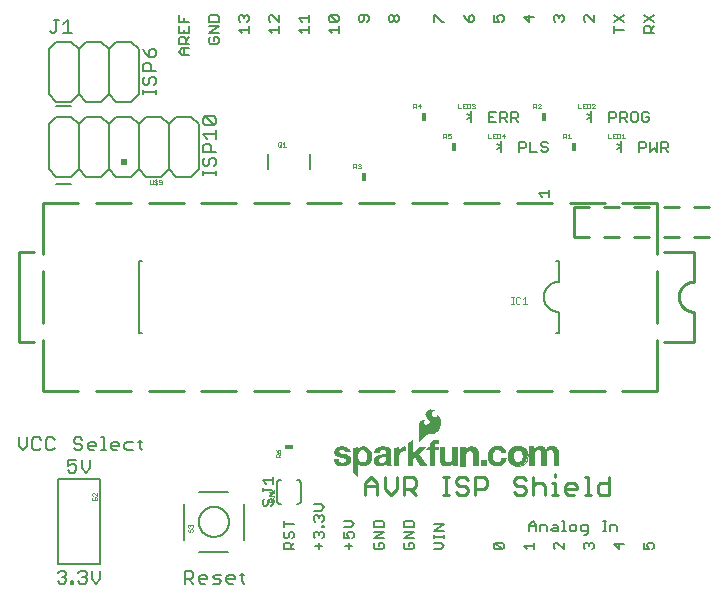
<source format=gbr>
G04 EAGLE Gerber RS-274X export*
G75*
%MOMM*%
%FSLAX34Y34*%
%LPD*%
%INSilkscreen Top*%
%IPPOS*%
%AMOC8*
5,1,8,0,0,1.08239X$1,22.5*%
G01*
%ADD10C,0.254000*%
%ADD11C,0.203200*%
%ADD12C,0.279400*%
%ADD13C,0.152400*%
%ADD14C,0.050800*%
%ADD15C,0.127000*%
%ADD16C,0.025400*%
%ADD17R,0.406400X0.711200*%
%ADD18R,0.508000X0.508000*%
%ADD19R,0.711200X0.406400*%
%ADD20R,0.495300X0.485100*%

G36*
X351520Y130330D02*
X351520Y130330D01*
X351524Y130328D01*
X351594Y130364D01*
X351604Y130369D01*
X351605Y130370D01*
X356477Y135852D01*
X357331Y136634D01*
X358321Y137223D01*
X358672Y137350D01*
X359040Y137415D01*
X361315Y137415D01*
X361320Y137417D01*
X361326Y137415D01*
X362690Y137539D01*
X362700Y137545D01*
X362712Y137543D01*
X364031Y137911D01*
X364039Y137919D01*
X364052Y137920D01*
X365282Y138520D01*
X365289Y138527D01*
X365300Y138530D01*
X366457Y139347D01*
X366462Y139355D01*
X366471Y139358D01*
X367502Y140330D01*
X367505Y140338D01*
X367511Y140340D01*
X367511Y140342D01*
X367514Y140343D01*
X368399Y141450D01*
X368401Y141460D01*
X368410Y141467D01*
X369357Y143148D01*
X369358Y143159D01*
X369366Y143169D01*
X369994Y144993D01*
X369993Y145004D01*
X370000Y145015D01*
X370288Y146922D01*
X370285Y146933D01*
X370290Y146945D01*
X370288Y146997D01*
X370280Y147249D01*
X370276Y147375D01*
X370276Y147376D01*
X370268Y147628D01*
X370260Y147881D01*
X370256Y148007D01*
X370248Y148259D01*
X370237Y148638D01*
X370229Y148873D01*
X370225Y148882D01*
X370227Y148894D01*
X370020Y149933D01*
X370015Y149941D01*
X370015Y149952D01*
X369657Y150949D01*
X369651Y150956D01*
X369650Y150967D01*
X369148Y151901D01*
X369139Y151908D01*
X369136Y151920D01*
X368229Y153057D01*
X368218Y153063D01*
X368211Y153076D01*
X367085Y153997D01*
X367042Y154009D01*
X367001Y154025D01*
X366996Y154023D01*
X366990Y154024D01*
X366952Y154003D01*
X366912Y153984D01*
X366909Y153978D01*
X366905Y153976D01*
X366897Y153947D01*
X366879Y153899D01*
X366879Y153019D01*
X366863Y152899D01*
X366819Y152796D01*
X366545Y152457D01*
X366184Y152208D01*
X366010Y152143D01*
X365472Y152085D01*
X364942Y152183D01*
X364454Y152432D01*
X363552Y153083D01*
X363140Y153437D01*
X362789Y153847D01*
X362506Y154305D01*
X362300Y154799D01*
X362241Y155099D01*
X362253Y155402D01*
X362410Y155921D01*
X362696Y156381D01*
X363091Y156751D01*
X363572Y157006D01*
X364062Y157145D01*
X364573Y157202D01*
X365176Y157202D01*
X365177Y157202D01*
X365199Y157211D01*
X365267Y157240D01*
X365302Y157332D01*
X365298Y157341D01*
X365264Y157417D01*
X365262Y157420D01*
X365261Y157421D01*
X365260Y157422D01*
X365239Y157442D01*
X365232Y157445D01*
X365228Y157453D01*
X364793Y157791D01*
X364778Y157795D01*
X364766Y157807D01*
X364262Y158028D01*
X364261Y158028D01*
X363905Y158180D01*
X363677Y158281D01*
X363667Y158282D01*
X363657Y158288D01*
X362779Y158508D01*
X362770Y158507D01*
X362760Y158511D01*
X361860Y158597D01*
X361850Y158593D01*
X361838Y158597D01*
X360970Y158531D01*
X360959Y158525D01*
X360946Y158526D01*
X360106Y158295D01*
X360096Y158287D01*
X360083Y158286D01*
X359303Y157898D01*
X359296Y157890D01*
X359285Y157887D01*
X358508Y157327D01*
X358504Y157320D01*
X358495Y157316D01*
X357799Y156658D01*
X357794Y156647D01*
X357783Y156639D01*
X357352Y156036D01*
X357349Y156021D01*
X357337Y156008D01*
X357070Y155316D01*
X357070Y155300D01*
X357062Y155285D01*
X356975Y154548D01*
X356980Y154533D01*
X356976Y154516D01*
X357075Y153781D01*
X357083Y153768D01*
X357083Y153751D01*
X357363Y153063D01*
X357372Y153054D01*
X357375Y153040D01*
X358562Y151282D01*
X358570Y151277D01*
X358574Y151266D01*
X360027Y149725D01*
X360397Y149290D01*
X360637Y148787D01*
X360739Y148239D01*
X360696Y147683D01*
X360510Y147158D01*
X360195Y146698D01*
X359770Y146333D01*
X359227Y146040D01*
X358641Y145842D01*
X358031Y145745D01*
X357320Y145780D01*
X356642Y145987D01*
X356036Y146352D01*
X355723Y146680D01*
X355517Y147084D01*
X355424Y147500D01*
X355424Y147928D01*
X355517Y148343D01*
X355589Y148481D01*
X355707Y148595D01*
X356531Y149194D01*
X356664Y149265D01*
X356802Y149293D01*
X356960Y149277D01*
X357003Y149291D01*
X357048Y149302D01*
X357050Y149306D01*
X357054Y149307D01*
X357074Y149348D01*
X357097Y149387D01*
X357096Y149391D01*
X357098Y149395D01*
X357083Y149438D01*
X357070Y149482D01*
X357067Y149484D01*
X357066Y149488D01*
X357028Y149507D01*
X356992Y149528D01*
X356509Y149604D01*
X356504Y149603D01*
X356499Y149605D01*
X355559Y149678D01*
X355550Y149675D01*
X355539Y149678D01*
X354599Y149605D01*
X354589Y149600D01*
X354577Y149601D01*
X353878Y149417D01*
X353868Y149409D01*
X353854Y149408D01*
X353206Y149087D01*
X353198Y149078D01*
X353184Y149074D01*
X352614Y148629D01*
X352608Y148618D01*
X352596Y148612D01*
X352126Y148062D01*
X352122Y148050D01*
X352111Y148041D01*
X351710Y147309D01*
X351709Y147296D01*
X351700Y147285D01*
X351460Y146486D01*
X351461Y146473D01*
X351455Y146460D01*
X351385Y145629D01*
X351387Y145623D01*
X351385Y145618D01*
X351385Y130454D01*
X351387Y130449D01*
X351385Y130445D01*
X351406Y130405D01*
X351423Y130363D01*
X351428Y130362D01*
X351430Y130357D01*
X351473Y130344D01*
X351515Y130328D01*
X351520Y130330D01*
G37*
G36*
X300107Y101653D02*
X300107Y101653D01*
X300110Y101652D01*
X300152Y101673D01*
X300194Y101693D01*
X300195Y101695D01*
X300197Y101696D01*
X300204Y101718D01*
X300227Y101778D01*
X300227Y112882D01*
X300228Y112880D01*
X300748Y112164D01*
X300759Y112157D01*
X300766Y112144D01*
X301426Y111554D01*
X301438Y111550D01*
X301448Y111539D01*
X302217Y111102D01*
X302230Y111100D01*
X302242Y111091D01*
X303086Y110827D01*
X303097Y110828D01*
X303108Y110822D01*
X304325Y110667D01*
X304334Y110669D01*
X304343Y110666D01*
X305570Y110683D01*
X305578Y110686D01*
X305588Y110684D01*
X306800Y110873D01*
X306809Y110878D01*
X306820Y110878D01*
X307739Y111172D01*
X307747Y111179D01*
X307759Y111181D01*
X308615Y111627D01*
X308621Y111635D01*
X308633Y111638D01*
X309401Y112223D01*
X309406Y112232D01*
X309417Y112237D01*
X310074Y112944D01*
X310078Y112954D01*
X310088Y112961D01*
X310860Y114146D01*
X310862Y114156D01*
X310870Y114165D01*
X311426Y115465D01*
X311426Y115476D01*
X311433Y115486D01*
X311756Y116862D01*
X311754Y116873D01*
X311759Y116884D01*
X311877Y119099D01*
X311873Y119110D01*
X311876Y119122D01*
X311593Y121322D01*
X311588Y121332D01*
X311588Y121344D01*
X310914Y123457D01*
X310906Y123467D01*
X310904Y123480D01*
X310325Y124521D01*
X310314Y124529D01*
X310309Y124543D01*
X309517Y125433D01*
X309508Y125438D01*
X309501Y125448D01*
X308677Y126101D01*
X308669Y126103D01*
X308663Y126110D01*
X307761Y126651D01*
X307751Y126653D01*
X307742Y126661D01*
X306718Y127061D01*
X306705Y127061D01*
X306693Y127068D01*
X305608Y127251D01*
X305597Y127249D01*
X305585Y127253D01*
X303604Y127228D01*
X303593Y127223D01*
X303580Y127226D01*
X303098Y127124D01*
X303089Y127117D01*
X303077Y127117D01*
X301756Y126584D01*
X301749Y126577D01*
X301739Y126576D01*
X301345Y126343D01*
X301338Y126334D01*
X301326Y126329D01*
X300983Y126028D01*
X300980Y126022D01*
X300973Y126019D01*
X300084Y125054D01*
X300084Y125053D01*
X300083Y125052D01*
X299949Y124903D01*
X299973Y126820D01*
X299967Y126835D01*
X299970Y126849D01*
X299950Y126878D01*
X299936Y126912D01*
X299922Y126917D01*
X299913Y126930D01*
X299872Y126937D01*
X299845Y126948D01*
X299835Y126944D01*
X299824Y126946D01*
X295938Y126210D01*
X295904Y126188D01*
X295868Y126171D01*
X295864Y126161D01*
X295856Y126155D01*
X295850Y126126D01*
X295835Y126086D01*
X295835Y105512D01*
X295837Y105506D01*
X295835Y105499D01*
X295864Y105442D01*
X295873Y105421D01*
X295875Y105420D01*
X295876Y105418D01*
X300016Y101684D01*
X300061Y101669D01*
X300105Y101652D01*
X300107Y101653D01*
G37*
G36*
X459615Y111000D02*
X459615Y111000D01*
X459617Y110999D01*
X459660Y111019D01*
X459704Y111037D01*
X459704Y111039D01*
X459706Y111040D01*
X459739Y111125D01*
X459739Y120646D01*
X459814Y121749D01*
X459963Y122388D01*
X460236Y122983D01*
X460621Y123511D01*
X460939Y123797D01*
X461312Y124007D01*
X461721Y124133D01*
X462624Y124225D01*
X463528Y124157D01*
X463976Y124029D01*
X464382Y123803D01*
X464542Y123657D01*
X464725Y123490D01*
X464986Y123106D01*
X465298Y122284D01*
X465405Y121404D01*
X465405Y111125D01*
X465406Y111123D01*
X465405Y111121D01*
X465425Y111078D01*
X465443Y111034D01*
X465445Y111034D01*
X465446Y111032D01*
X465531Y110999D01*
X469773Y110999D01*
X469775Y111000D01*
X469777Y110999D01*
X469820Y111019D01*
X469864Y111037D01*
X469864Y111039D01*
X469866Y111040D01*
X469899Y111125D01*
X469899Y122707D01*
X469896Y122716D01*
X469898Y122726D01*
X469729Y123822D01*
X469723Y123833D01*
X469723Y123847D01*
X469337Y124886D01*
X469328Y124895D01*
X469325Y124909D01*
X468737Y125848D01*
X468726Y125856D01*
X468721Y125869D01*
X468075Y126533D01*
X468063Y126538D01*
X468054Y126551D01*
X467280Y127058D01*
X467266Y127060D01*
X467255Y127071D01*
X466389Y127397D01*
X466378Y127397D01*
X466368Y127403D01*
X465108Y127652D01*
X465102Y127650D01*
X465094Y127654D01*
X463815Y127761D01*
X463805Y127758D01*
X463795Y127761D01*
X462901Y127700D01*
X462891Y127694D01*
X462877Y127696D01*
X462012Y127464D01*
X462002Y127457D01*
X461989Y127456D01*
X461184Y127062D01*
X461177Y127055D01*
X461165Y127052D01*
X460276Y126414D01*
X460272Y126406D01*
X460262Y126402D01*
X459474Y125643D01*
X459473Y125640D01*
X459470Y125639D01*
X459015Y125158D01*
X458973Y125116D01*
X458593Y125774D01*
X458583Y125781D01*
X458579Y125794D01*
X457997Y126463D01*
X457986Y126468D01*
X457979Y126480D01*
X457281Y127026D01*
X457269Y127029D01*
X457260Y127039D01*
X456470Y127442D01*
X456458Y127443D01*
X456447Y127452D01*
X455524Y127712D01*
X455512Y127711D01*
X455499Y127717D01*
X454542Y127786D01*
X454532Y127783D01*
X454521Y127786D01*
X453149Y127659D01*
X453142Y127655D01*
X453132Y127656D01*
X452040Y127402D01*
X452030Y127395D01*
X452017Y127394D01*
X451127Y126990D01*
X451117Y126978D01*
X451101Y126973D01*
X450339Y126361D01*
X450335Y126354D01*
X450327Y126351D01*
X450217Y126237D01*
X450095Y126110D01*
X450094Y126110D01*
X449972Y125984D01*
X449850Y125858D01*
X449728Y125732D01*
X449606Y125605D01*
X449605Y125605D01*
X449565Y125564D01*
X449563Y125557D01*
X449556Y125553D01*
X449254Y125157D01*
X449223Y125150D01*
X449223Y127203D01*
X449222Y127205D01*
X449223Y127207D01*
X449203Y127250D01*
X449185Y127294D01*
X449183Y127294D01*
X449182Y127296D01*
X449097Y127329D01*
X445110Y127329D01*
X445108Y127328D01*
X445106Y127329D01*
X445063Y127309D01*
X445019Y127291D01*
X445019Y127289D01*
X445017Y127288D01*
X444984Y127203D01*
X444984Y111150D01*
X444985Y111148D01*
X444984Y111146D01*
X445004Y111103D01*
X445022Y111059D01*
X445024Y111059D01*
X445025Y111057D01*
X445110Y111024D01*
X449428Y111024D01*
X449430Y111025D01*
X449432Y111024D01*
X449475Y111044D01*
X449519Y111062D01*
X449519Y111064D01*
X449521Y111065D01*
X449554Y111150D01*
X449554Y120955D01*
X449553Y120958D01*
X449554Y120961D01*
X449524Y121583D01*
X449656Y122174D01*
X449939Y122712D01*
X450759Y123656D01*
X451113Y123922D01*
X451517Y124100D01*
X451957Y124182D01*
X452805Y124232D01*
X453282Y124200D01*
X453733Y124064D01*
X454141Y123831D01*
X454488Y123513D01*
X454858Y122966D01*
X455089Y122347D01*
X455169Y121684D01*
X455169Y111125D01*
X455170Y111123D01*
X455169Y111121D01*
X455189Y111078D01*
X455207Y111034D01*
X455209Y111034D01*
X455210Y111032D01*
X455295Y110999D01*
X459613Y110999D01*
X459615Y111000D01*
G37*
G36*
X319294Y110635D02*
X319294Y110635D01*
X319305Y110632D01*
X320923Y110873D01*
X320932Y110879D01*
X320945Y110878D01*
X321980Y111231D01*
X321989Y111238D01*
X322001Y111240D01*
X322952Y111780D01*
X322960Y111789D01*
X322972Y111794D01*
X323799Y112497D01*
X323823Y112513D01*
X323832Y112514D01*
X323840Y112512D01*
X323847Y112506D01*
X323856Y112483D01*
X324083Y111454D01*
X324085Y111451D01*
X324084Y111448D01*
X324160Y111168D01*
X324171Y111154D01*
X324175Y111135D01*
X324196Y111099D01*
X324220Y111082D01*
X324247Y111053D01*
X324284Y111034D01*
X324314Y111032D01*
X324352Y111021D01*
X324388Y111024D01*
X328422Y111024D01*
X328445Y111033D01*
X328470Y111033D01*
X328488Y111052D01*
X328513Y111062D01*
X328522Y111085D01*
X328539Y111103D01*
X328540Y111132D01*
X328548Y111154D01*
X328540Y111172D01*
X328540Y111194D01*
X328466Y111393D01*
X328117Y112688D01*
X328015Y114025D01*
X328040Y118363D01*
X328039Y118366D01*
X328040Y118368D01*
X328020Y118411D01*
X328007Y118444D01*
X328015Y118466D01*
X328015Y123292D01*
X328012Y123299D01*
X328014Y123308D01*
X327923Y124043D01*
X327916Y124056D01*
X327916Y124073D01*
X327649Y124764D01*
X327638Y124774D01*
X327634Y124791D01*
X327207Y125396D01*
X327194Y125404D01*
X327186Y125419D01*
X326624Y125902D01*
X326611Y125906D01*
X326601Y125917D01*
X325298Y126611D01*
X325286Y126612D01*
X325275Y126620D01*
X323861Y127045D01*
X323851Y127044D01*
X323842Y127049D01*
X322103Y127279D01*
X322095Y127277D01*
X322087Y127280D01*
X320333Y127288D01*
X320326Y127285D01*
X320317Y127288D01*
X318577Y127074D01*
X318569Y127070D01*
X318559Y127071D01*
X317330Y126737D01*
X317322Y126730D01*
X317311Y126730D01*
X316153Y126201D01*
X316145Y126192D01*
X316132Y126189D01*
X315315Y125615D01*
X315308Y125604D01*
X315295Y125598D01*
X314612Y124868D01*
X314609Y124859D01*
X314607Y124859D01*
X314605Y124854D01*
X314596Y124847D01*
X314077Y123994D01*
X314075Y123981D01*
X314065Y123970D01*
X313731Y123029D01*
X313732Y123016D01*
X313725Y123003D01*
X313603Y122112D01*
X313600Y122110D01*
X313599Y122110D01*
X313580Y122061D01*
X313564Y122018D01*
X313566Y122013D01*
X313599Y121935D01*
X313624Y121909D01*
X313664Y121891D01*
X313702Y121870D01*
X313708Y121872D01*
X313715Y121870D01*
X313755Y121887D01*
X313785Y121896D01*
X317932Y121896D01*
X317934Y121897D01*
X317936Y121896D01*
X317979Y121916D01*
X318023Y121934D01*
X318023Y121936D01*
X318025Y121937D01*
X318058Y122022D01*
X318058Y122065D01*
X318121Y122596D01*
X318305Y123091D01*
X318600Y123529D01*
X318990Y123885D01*
X319454Y124140D01*
X320015Y124305D01*
X320602Y124359D01*
X321957Y124309D01*
X322326Y124248D01*
X322672Y124120D01*
X322986Y123927D01*
X323239Y123693D01*
X323438Y123414D01*
X323577Y123100D01*
X323688Y122579D01*
X323688Y122048D01*
X323577Y121527D01*
X323535Y121430D01*
X323475Y121343D01*
X323191Y121082D01*
X322763Y120836D01*
X322294Y120671D01*
X320988Y120445D01*
X318782Y120217D01*
X318778Y120214D01*
X318773Y120215D01*
X317236Y119937D01*
X317228Y119933D01*
X317219Y119933D01*
X315734Y119449D01*
X315726Y119442D01*
X315714Y119441D01*
X315018Y119075D01*
X315010Y119065D01*
X314997Y119061D01*
X314387Y118563D01*
X314381Y118552D01*
X314371Y118546D01*
X314370Y118546D01*
X314369Y118545D01*
X313871Y117936D01*
X313867Y117923D01*
X313856Y117912D01*
X313427Y117050D01*
X313426Y117035D01*
X313417Y117021D01*
X313211Y116080D01*
X313213Y116067D01*
X313208Y116053D01*
X313205Y114992D01*
X313210Y114982D01*
X313207Y114969D01*
X313396Y113925D01*
X313402Y113916D01*
X313402Y113903D01*
X313775Y112910D01*
X313783Y112901D01*
X313785Y112889D01*
X314077Y112406D01*
X314086Y112399D01*
X314091Y112387D01*
X314468Y111967D01*
X314479Y111962D01*
X314486Y111951D01*
X314934Y111609D01*
X314947Y111605D01*
X314957Y111595D01*
X316226Y110989D01*
X316239Y110989D01*
X316252Y110980D01*
X317624Y110672D01*
X317636Y110674D01*
X317649Y110669D01*
X319284Y110631D01*
X319294Y110635D01*
G37*
G36*
X346661Y110898D02*
X346661Y110898D01*
X346663Y110897D01*
X346706Y110917D01*
X346750Y110935D01*
X346750Y110937D01*
X346752Y110938D01*
X346785Y111023D01*
X346785Y116431D01*
X348440Y118038D01*
X352673Y111060D01*
X352688Y111049D01*
X352696Y111032D01*
X352730Y111019D01*
X352753Y111002D01*
X352766Y111004D01*
X352780Y110999D01*
X357860Y110974D01*
X357896Y110989D01*
X357934Y110997D01*
X357940Y111007D01*
X357951Y111012D01*
X357966Y111048D01*
X357986Y111081D01*
X357983Y111093D01*
X357987Y111103D01*
X357975Y111131D01*
X357966Y111170D01*
X351369Y121065D01*
X357060Y126631D01*
X357061Y126632D01*
X357063Y126633D01*
X357080Y126678D01*
X357098Y126722D01*
X357098Y126723D01*
X357098Y126725D01*
X357078Y126768D01*
X357059Y126812D01*
X357058Y126813D01*
X357057Y126814D01*
X356972Y126847D01*
X352298Y126847D01*
X352295Y126846D01*
X352292Y126847D01*
X352209Y126810D01*
X346734Y121336D01*
X346734Y132766D01*
X346721Y132798D01*
X346716Y132832D01*
X346702Y132842D01*
X346696Y132857D01*
X346664Y132869D01*
X346635Y132889D01*
X346618Y132887D01*
X346604Y132892D01*
X346579Y132881D01*
X346545Y132876D01*
X342405Y130514D01*
X342393Y130497D01*
X342375Y130489D01*
X342362Y130457D01*
X342346Y130435D01*
X342348Y130420D01*
X342342Y130404D01*
X342342Y111074D01*
X342343Y111071D01*
X342342Y111068D01*
X342379Y110985D01*
X342430Y110934D01*
X342433Y110933D01*
X342434Y110930D01*
X342519Y110897D01*
X346659Y110897D01*
X346661Y110898D01*
G37*
G36*
X375588Y110623D02*
X375588Y110623D01*
X375595Y110626D01*
X375604Y110625D01*
X377082Y110848D01*
X377090Y110853D01*
X377100Y110852D01*
X377362Y110933D01*
X377370Y110939D01*
X377382Y110941D01*
X377627Y111063D01*
X377634Y111070D01*
X377644Y111073D01*
X378574Y111732D01*
X378579Y111740D01*
X378588Y111743D01*
X379415Y112528D01*
X379418Y112536D01*
X379427Y112541D01*
X379934Y113182D01*
X379934Y111125D01*
X379935Y111123D01*
X379934Y111121D01*
X379954Y111078D01*
X379972Y111034D01*
X379974Y111034D01*
X379975Y111032D01*
X380060Y110999D01*
X384073Y110999D01*
X384075Y111000D01*
X384077Y110999D01*
X384120Y111019D01*
X384164Y111037D01*
X384164Y111039D01*
X384166Y111040D01*
X384199Y111125D01*
X384199Y126746D01*
X384198Y126748D01*
X384199Y126750D01*
X384179Y126793D01*
X384161Y126837D01*
X384159Y126837D01*
X384158Y126839D01*
X384073Y126872D01*
X379857Y126872D01*
X379855Y126871D01*
X379853Y126872D01*
X379810Y126852D01*
X379766Y126834D01*
X379766Y126832D01*
X379764Y126831D01*
X379731Y126746D01*
X379731Y118444D01*
X379655Y117214D01*
X379430Y116010D01*
X379221Y115460D01*
X378894Y114975D01*
X378463Y114578D01*
X377953Y114290D01*
X377262Y114078D01*
X376541Y114011D01*
X375822Y114091D01*
X375133Y114314D01*
X374738Y114539D01*
X374397Y114840D01*
X374125Y115202D01*
X373782Y115970D01*
X373633Y116800D01*
X373633Y126797D01*
X373632Y126799D01*
X373633Y126801D01*
X373613Y126844D01*
X373595Y126888D01*
X373593Y126888D01*
X373592Y126890D01*
X373507Y126923D01*
X369367Y126923D01*
X369365Y126922D01*
X369363Y126923D01*
X369320Y126903D01*
X369276Y126885D01*
X369276Y126883D01*
X369274Y126882D01*
X369241Y126797D01*
X369241Y116002D01*
X369243Y115997D01*
X369241Y115990D01*
X369342Y114891D01*
X369347Y114882D01*
X369347Y114881D01*
X369348Y114879D01*
X369346Y114868D01*
X369646Y113805D01*
X369653Y113796D01*
X369654Y113783D01*
X370142Y112793D01*
X370151Y112785D01*
X370155Y112773D01*
X370815Y111888D01*
X370825Y111881D01*
X370832Y111869D01*
X371086Y111641D01*
X371094Y111638D01*
X371095Y111636D01*
X371100Y111634D01*
X371106Y111626D01*
X372008Y111100D01*
X372020Y111099D01*
X372030Y111090D01*
X373016Y110747D01*
X373028Y110748D01*
X373040Y110741D01*
X374073Y110594D01*
X374083Y110597D01*
X374094Y110593D01*
X375588Y110623D01*
G37*
G36*
X390781Y110924D02*
X390781Y110924D01*
X390783Y110923D01*
X390826Y110943D01*
X390870Y110961D01*
X390870Y110963D01*
X390872Y110964D01*
X390905Y111049D01*
X390905Y120415D01*
X390986Y121198D01*
X391202Y121948D01*
X391565Y122627D01*
X392082Y123196D01*
X392539Y123510D01*
X393055Y123714D01*
X393611Y123801D01*
X394716Y123851D01*
X395032Y123834D01*
X395332Y123757D01*
X395767Y123540D01*
X396141Y123231D01*
X396437Y122844D01*
X396747Y122202D01*
X396938Y121514D01*
X397003Y120796D01*
X397003Y111150D01*
X397004Y111148D01*
X397003Y111146D01*
X397023Y111103D01*
X397041Y111059D01*
X397043Y111059D01*
X397044Y111057D01*
X397129Y111024D01*
X401218Y111024D01*
X401220Y111025D01*
X401222Y111024D01*
X401265Y111044D01*
X401309Y111062D01*
X401309Y111064D01*
X401311Y111065D01*
X401344Y111150D01*
X401344Y121691D01*
X401342Y121696D01*
X401344Y121701D01*
X401254Y122830D01*
X401250Y122838D01*
X401251Y122847D01*
X401011Y123954D01*
X401006Y123962D01*
X401006Y123972D01*
X400737Y124677D01*
X400729Y124685D01*
X400727Y124697D01*
X400343Y125346D01*
X400334Y125352D01*
X400330Y125364D01*
X399841Y125939D01*
X399830Y125944D01*
X399823Y125956D01*
X399038Y126574D01*
X399025Y126577D01*
X399014Y126589D01*
X398109Y127011D01*
X398095Y127012D01*
X398081Y127020D01*
X397104Y127226D01*
X397093Y127223D01*
X397081Y127228D01*
X395075Y127278D01*
X395065Y127274D01*
X395054Y127277D01*
X394002Y127122D01*
X393991Y127115D01*
X393977Y127115D01*
X392980Y126746D01*
X392970Y126737D01*
X392956Y126734D01*
X392058Y126167D01*
X392051Y126158D01*
X392040Y126154D01*
X391579Y125738D01*
X391576Y125730D01*
X391568Y125726D01*
X391166Y125253D01*
X391164Y125248D01*
X391160Y125246D01*
X390883Y124868D01*
X390769Y124732D01*
X390727Y124703D01*
X390727Y126771D01*
X390726Y126773D01*
X390727Y126775D01*
X390707Y126818D01*
X390689Y126862D01*
X390687Y126862D01*
X390686Y126864D01*
X390601Y126897D01*
X386563Y126897D01*
X386561Y126896D01*
X386559Y126897D01*
X386516Y126877D01*
X386472Y126859D01*
X386472Y126857D01*
X386470Y126856D01*
X386437Y126771D01*
X386437Y111049D01*
X386438Y111047D01*
X386437Y111045D01*
X386457Y111002D01*
X386475Y110958D01*
X386477Y110958D01*
X386478Y110956D01*
X386563Y110923D01*
X390779Y110923D01*
X390781Y110924D01*
G37*
G36*
X437376Y111101D02*
X437376Y111101D01*
X437388Y111108D01*
X437404Y111108D01*
X439258Y111743D01*
X439271Y111754D01*
X439290Y111759D01*
X440407Y112546D01*
X440412Y112554D01*
X440421Y112558D01*
X441615Y113701D01*
X441621Y113715D01*
X441635Y113725D01*
X442448Y115020D01*
X442451Y115037D01*
X442463Y115053D01*
X443149Y117517D01*
X443147Y117527D01*
X443152Y117536D01*
X443406Y119644D01*
X443402Y119659D01*
X443406Y119675D01*
X443126Y121860D01*
X443117Y121875D01*
X443116Y121895D01*
X442075Y124232D01*
X442062Y124244D01*
X442056Y124263D01*
X440964Y125533D01*
X440950Y125540D01*
X440940Y125555D01*
X438959Y126926D01*
X438943Y126929D01*
X438928Y126941D01*
X437302Y127500D01*
X437289Y127500D01*
X437277Y127506D01*
X435270Y127760D01*
X435261Y127758D01*
X435252Y127761D01*
X435215Y127745D01*
X435175Y127734D01*
X435171Y127725D01*
X435162Y127721D01*
X435142Y127672D01*
X435128Y127647D01*
X435130Y127642D01*
X435128Y127637D01*
X435078Y124665D01*
X435079Y124662D01*
X435078Y124659D01*
X435097Y124617D01*
X435115Y124574D01*
X435118Y124573D01*
X435119Y124570D01*
X435204Y124537D01*
X435300Y124537D01*
X436487Y124438D01*
X437440Y123925D01*
X438274Y123116D01*
X439018Y121504D01*
X439269Y119575D01*
X439269Y118150D01*
X438894Y116602D01*
X438351Y115392D01*
X437272Y114411D01*
X435521Y113819D01*
X433773Y114041D01*
X432125Y115049D01*
X431587Y116076D01*
X431213Y117225D01*
X431038Y118473D01*
X431088Y120332D01*
X431362Y121806D01*
X431758Y122695D01*
X432546Y123779D01*
X433694Y124414D01*
X434789Y124564D01*
X434826Y124586D01*
X434865Y124604D01*
X434868Y124611D01*
X434874Y124614D01*
X434881Y124644D01*
X434898Y124689D01*
X434898Y127610D01*
X434887Y127637D01*
X434885Y127666D01*
X434868Y127682D01*
X434860Y127701D01*
X434838Y127709D01*
X434818Y127727D01*
X434691Y127777D01*
X434669Y127777D01*
X434645Y127786D01*
X434594Y127786D01*
X434587Y127783D01*
X434579Y127785D01*
X433106Y127608D01*
X433088Y127598D01*
X433065Y127596D01*
X429687Y125919D01*
X429670Y125900D01*
X429644Y125884D01*
X427510Y123166D01*
X427503Y123142D01*
X427486Y123116D01*
X426673Y119560D01*
X426677Y119538D01*
X426671Y119512D01*
X427281Y115626D01*
X427294Y115606D01*
X427300Y115578D01*
X428900Y113089D01*
X428921Y113074D01*
X428939Y113050D01*
X431784Y111272D01*
X431808Y111268D01*
X431834Y111254D01*
X434831Y110848D01*
X434845Y110852D01*
X434861Y110847D01*
X437376Y111101D01*
G37*
G36*
X288199Y110690D02*
X288199Y110690D01*
X288205Y110692D01*
X288212Y110691D01*
X289526Y110873D01*
X289534Y110877D01*
X289543Y110877D01*
X290543Y111159D01*
X290552Y111166D01*
X290564Y111167D01*
X291499Y111618D01*
X291506Y111626D01*
X291518Y111629D01*
X292362Y112235D01*
X292367Y112245D01*
X292378Y112250D01*
X293104Y112993D01*
X293108Y113003D01*
X293119Y113011D01*
X293498Y113575D01*
X293500Y113586D01*
X293509Y113596D01*
X293775Y114221D01*
X293775Y114233D01*
X293783Y114244D01*
X293925Y114908D01*
X293924Y114917D01*
X293928Y114926D01*
X294004Y115967D01*
X294001Y115976D01*
X294004Y115987D01*
X293910Y117042D01*
X293903Y117055D01*
X293903Y117071D01*
X293566Y118074D01*
X293557Y118085D01*
X293554Y118100D01*
X293302Y118512D01*
X293292Y118519D01*
X293286Y118533D01*
X292954Y118883D01*
X292943Y118887D01*
X292937Y118898D01*
X292245Y119406D01*
X292237Y119408D01*
X292230Y119416D01*
X291474Y119821D01*
X291465Y119822D01*
X291458Y119828D01*
X289802Y120438D01*
X289794Y120438D01*
X289786Y120443D01*
X288063Y120824D01*
X288062Y120824D01*
X288061Y120825D01*
X286038Y121229D01*
X285286Y121501D01*
X284611Y121917D01*
X284328Y122210D01*
X284144Y122571D01*
X284079Y122940D01*
X284127Y123312D01*
X284282Y123654D01*
X284515Y123922D01*
X284816Y124117D01*
X285240Y124274D01*
X285689Y124359D01*
X286538Y124403D01*
X287385Y124359D01*
X287881Y124261D01*
X288348Y124072D01*
X288771Y123801D01*
X289046Y123537D01*
X289264Y123224D01*
X289414Y122872D01*
X289469Y122629D01*
X289485Y122369D01*
X289506Y122327D01*
X289526Y122284D01*
X289528Y122283D01*
X289529Y122281D01*
X289548Y122275D01*
X289611Y122251D01*
X293497Y122251D01*
X293506Y122254D01*
X293514Y122252D01*
X293550Y122273D01*
X293588Y122289D01*
X293591Y122298D01*
X293599Y122303D01*
X293613Y122354D01*
X293623Y122381D01*
X293621Y122385D01*
X293622Y122388D01*
X293622Y122389D01*
X293623Y122390D01*
X293547Y123101D01*
X293541Y123111D01*
X293543Y123122D01*
X293538Y123128D01*
X293538Y123135D01*
X293546Y123148D01*
X293540Y123172D01*
X293543Y123181D01*
X293539Y123189D01*
X293540Y123208D01*
X293337Y123766D01*
X293333Y123770D01*
X293333Y123775D01*
X292977Y124563D01*
X292970Y124569D01*
X292968Y124580D01*
X292682Y125022D01*
X292674Y125027D01*
X292670Y125037D01*
X292322Y125433D01*
X292312Y125437D01*
X292305Y125448D01*
X291346Y126205D01*
X291333Y126209D01*
X291323Y126219D01*
X290226Y126757D01*
X290214Y126758D01*
X290203Y126766D01*
X288852Y127134D01*
X288842Y127133D01*
X288832Y127138D01*
X287439Y127278D01*
X287433Y127276D01*
X287426Y127278D01*
X285623Y127278D01*
X285617Y127276D01*
X285609Y127278D01*
X284180Y127123D01*
X284170Y127117D01*
X284157Y127118D01*
X282779Y126707D01*
X282770Y126700D01*
X282758Y126699D01*
X281477Y126045D01*
X281469Y126036D01*
X281457Y126033D01*
X280981Y125664D01*
X280975Y125653D01*
X280963Y125647D01*
X280569Y125192D01*
X280565Y125181D01*
X280554Y125172D01*
X280255Y124650D01*
X280254Y124637D01*
X280245Y124627D01*
X279887Y123543D01*
X279888Y123531D01*
X279882Y123518D01*
X279753Y122384D01*
X279756Y122372D01*
X279753Y122358D01*
X279858Y121222D01*
X279864Y121211D01*
X279863Y121197D01*
X280015Y120708D01*
X280023Y120698D01*
X280025Y120684D01*
X280274Y120237D01*
X280285Y120229D01*
X280289Y120215D01*
X280626Y119830D01*
X280636Y119825D01*
X280642Y119814D01*
X281319Y119277D01*
X281328Y119274D01*
X281335Y119266D01*
X282086Y118839D01*
X282095Y118838D01*
X282103Y118831D01*
X282911Y118525D01*
X282919Y118525D01*
X282927Y118520D01*
X286558Y117657D01*
X287732Y117351D01*
X288839Y116881D01*
X289175Y116650D01*
X289441Y116346D01*
X289621Y115984D01*
X289706Y115589D01*
X289689Y115185D01*
X289572Y114800D01*
X289364Y114455D01*
X289076Y114171D01*
X288563Y113859D01*
X287996Y113662D01*
X287393Y113588D01*
X286063Y113588D01*
X285501Y113661D01*
X284914Y113878D01*
X284387Y114215D01*
X283945Y114658D01*
X283690Y115072D01*
X283543Y115534D01*
X283514Y116031D01*
X283514Y116078D01*
X283513Y116080D01*
X283514Y116082D01*
X283494Y116125D01*
X283476Y116169D01*
X283474Y116169D01*
X283473Y116171D01*
X283388Y116204D01*
X279527Y116204D01*
X279521Y116202D01*
X279514Y116204D01*
X279502Y116197D01*
X279488Y116198D01*
X279486Y116197D01*
X279485Y116197D01*
X279463Y116177D01*
X279436Y116166D01*
X279434Y116159D01*
X279428Y116156D01*
X279423Y116142D01*
X279413Y116133D01*
X279413Y116132D01*
X279412Y116130D01*
X279411Y116103D01*
X279409Y116096D01*
X279401Y116074D01*
X279402Y116072D01*
X279401Y116069D01*
X279426Y115713D01*
X279429Y115707D01*
X279428Y115700D01*
X279530Y115116D01*
X279535Y115108D01*
X279534Y115097D01*
X279966Y113827D01*
X279973Y113820D01*
X279974Y113810D01*
X280283Y113214D01*
X280293Y113207D01*
X280297Y113194D01*
X280717Y112670D01*
X280728Y112665D01*
X280734Y112653D01*
X281249Y112222D01*
X281257Y112220D01*
X281262Y112213D01*
X282456Y111451D01*
X282464Y111449D01*
X282471Y111442D01*
X283328Y111045D01*
X283341Y111044D01*
X283353Y111036D01*
X284274Y110824D01*
X284283Y110826D01*
X284293Y110821D01*
X286859Y110643D01*
X286866Y110645D01*
X286872Y110643D01*
X288199Y110690D01*
G37*
G36*
X418263Y110646D02*
X418263Y110646D01*
X418272Y110643D01*
X419455Y110739D01*
X419464Y110743D01*
X419475Y110742D01*
X420628Y111024D01*
X420636Y111030D01*
X420647Y111030D01*
X421740Y111492D01*
X421748Y111500D01*
X421760Y111503D01*
X423008Y112323D01*
X423015Y112334D01*
X423028Y112340D01*
X424081Y113398D01*
X424085Y113410D01*
X424097Y113418D01*
X424912Y114669D01*
X424914Y114682D01*
X424924Y114692D01*
X425466Y116083D01*
X425465Y116094D01*
X425472Y116104D01*
X425567Y116569D01*
X425565Y116578D01*
X425569Y116586D01*
X425601Y117061D01*
X425600Y117065D01*
X425601Y117069D01*
X425601Y117119D01*
X425600Y117121D01*
X425601Y117123D01*
X425581Y117166D01*
X425563Y117210D01*
X425561Y117210D01*
X425560Y117212D01*
X425475Y117245D01*
X421411Y117245D01*
X421372Y117229D01*
X421332Y117217D01*
X421327Y117210D01*
X421320Y117207D01*
X421309Y117178D01*
X421286Y117138D01*
X421182Y116462D01*
X420967Y115825D01*
X420646Y115235D01*
X420288Y114803D01*
X419845Y114458D01*
X419315Y114190D01*
X418746Y114017D01*
X418156Y113944D01*
X417355Y113985D01*
X416576Y114166D01*
X415868Y114496D01*
X415260Y114985D01*
X414785Y115604D01*
X414470Y116321D01*
X414124Y117845D01*
X413995Y119405D01*
X414088Y120546D01*
X414393Y121649D01*
X414898Y122674D01*
X415585Y123585D01*
X415932Y123875D01*
X416346Y124061D01*
X417167Y124242D01*
X418007Y124308D01*
X418839Y124225D01*
X419631Y123964D01*
X420124Y123666D01*
X420537Y123265D01*
X420848Y122780D01*
X421041Y122238D01*
X421108Y121659D01*
X421108Y121641D01*
X421109Y121639D01*
X421108Y121637D01*
X421128Y121594D01*
X421146Y121550D01*
X421148Y121550D01*
X421149Y121548D01*
X421234Y121515D01*
X425425Y121515D01*
X425439Y121521D01*
X425453Y121518D01*
X425482Y121539D01*
X425516Y121553D01*
X425521Y121567D01*
X425533Y121576D01*
X425540Y121617D01*
X425551Y121645D01*
X425547Y121654D01*
X425549Y121665D01*
X425312Y122873D01*
X425307Y122881D01*
X425307Y122892D01*
X424883Y124047D01*
X424874Y124055D01*
X424872Y124068D01*
X424232Y125135D01*
X424221Y125142D01*
X424215Y125156D01*
X423360Y126059D01*
X423347Y126065D01*
X423339Y126077D01*
X422308Y126774D01*
X422295Y126777D01*
X422284Y126787D01*
X421127Y127244D01*
X421118Y127244D01*
X421109Y127250D01*
X419698Y127569D01*
X419692Y127568D01*
X419687Y127571D01*
X418253Y127760D01*
X418244Y127758D01*
X418234Y127761D01*
X416692Y127738D01*
X416681Y127733D01*
X416667Y127735D01*
X415161Y127402D01*
X415151Y127395D01*
X415137Y127395D01*
X413746Y126783D01*
X413738Y126775D01*
X413725Y126771D01*
X412476Y125906D01*
X412469Y125896D01*
X412457Y125890D01*
X412448Y125881D01*
X412325Y125754D01*
X412202Y125628D01*
X411955Y125376D01*
X411832Y125249D01*
X411709Y125123D01*
X411586Y124997D01*
X411396Y124802D01*
X411392Y124791D01*
X411381Y124784D01*
X410547Y123513D01*
X410545Y123502D01*
X410536Y123492D01*
X409959Y122086D01*
X409959Y122074D01*
X409952Y122063D01*
X409654Y120573D01*
X409656Y120563D01*
X409652Y120552D01*
X409576Y118063D01*
X409579Y118054D01*
X409577Y118044D01*
X409722Y116828D01*
X409727Y116820D01*
X409726Y116809D01*
X410060Y115631D01*
X410066Y115623D01*
X410067Y115613D01*
X410581Y114502D01*
X410589Y114495D01*
X410591Y114484D01*
X411273Y113468D01*
X411282Y113462D01*
X411286Y113452D01*
X412057Y112629D01*
X412066Y112625D01*
X412072Y112615D01*
X412968Y111931D01*
X412978Y111928D01*
X412986Y111919D01*
X413983Y111393D01*
X413993Y111392D01*
X414002Y111385D01*
X415072Y111030D01*
X415081Y111031D01*
X415090Y111026D01*
X416654Y110744D01*
X416661Y110745D01*
X416668Y110742D01*
X418254Y110643D01*
X418263Y110646D01*
G37*
G36*
X364898Y110924D02*
X364898Y110924D01*
X364900Y110923D01*
X364943Y110943D01*
X364987Y110961D01*
X364987Y110963D01*
X364989Y110964D01*
X365022Y111049D01*
X365022Y123953D01*
X367894Y123953D01*
X367896Y123954D01*
X367898Y123953D01*
X367941Y123973D01*
X367985Y123991D01*
X367985Y123993D01*
X367987Y123994D01*
X368020Y124079D01*
X368020Y126746D01*
X368019Y126748D01*
X368020Y126750D01*
X368000Y126793D01*
X367982Y126837D01*
X367980Y126837D01*
X367979Y126839D01*
X367894Y126872D01*
X365048Y126872D01*
X365048Y128134D01*
X365111Y128596D01*
X365286Y129019D01*
X365468Y129251D01*
X365708Y129421D01*
X365990Y129518D01*
X366890Y129601D01*
X367805Y129516D01*
X368085Y129490D01*
X368091Y129492D01*
X368097Y129490D01*
X368173Y129490D01*
X368175Y129491D01*
X368177Y129490D01*
X368220Y129510D01*
X368264Y129528D01*
X368264Y129530D01*
X368266Y129531D01*
X368299Y129616D01*
X368299Y132639D01*
X368299Y132640D01*
X368299Y132642D01*
X368299Y132643D01*
X368279Y132686D01*
X368261Y132730D01*
X368259Y132730D01*
X368258Y132732D01*
X368173Y132765D01*
X368151Y132765D01*
X366834Y132841D01*
X366831Y132840D01*
X366827Y132841D01*
X365277Y132841D01*
X365267Y132837D01*
X365256Y132839D01*
X364243Y132665D01*
X364233Y132658D01*
X364219Y132658D01*
X363261Y132289D01*
X363252Y132281D01*
X363239Y132278D01*
X362371Y131728D01*
X362365Y131718D01*
X362358Y131716D01*
X362358Y131715D01*
X362352Y131713D01*
X361609Y131003D01*
X361604Y130993D01*
X361593Y130985D01*
X361253Y130508D01*
X361251Y130497D01*
X361242Y130488D01*
X360993Y129957D01*
X360993Y129946D01*
X360985Y129936D01*
X360837Y129369D01*
X360838Y129358D01*
X360833Y129347D01*
X360656Y127213D01*
X360658Y127209D01*
X360656Y127205D01*
X360656Y127203D01*
X360656Y126872D01*
X359410Y126872D01*
X359407Y126871D01*
X359404Y126872D01*
X359321Y126835D01*
X356654Y124168D01*
X356653Y124168D01*
X356653Y124167D01*
X356635Y124122D01*
X356617Y124077D01*
X356617Y124076D01*
X356637Y124031D01*
X356657Y123987D01*
X356658Y123986D01*
X356742Y123953D01*
X360605Y123929D01*
X360605Y111049D01*
X360606Y111047D01*
X360605Y111045D01*
X360625Y111002D01*
X360643Y110958D01*
X360645Y110958D01*
X360646Y110956D01*
X360731Y110923D01*
X364896Y110923D01*
X364898Y110924D01*
G37*
G36*
X334774Y111025D02*
X334774Y111025D01*
X334776Y111024D01*
X334819Y111044D01*
X334863Y111062D01*
X334863Y111064D01*
X334865Y111065D01*
X334898Y111150D01*
X334898Y118969D01*
X334971Y119815D01*
X335171Y120634D01*
X335532Y121427D01*
X336057Y122119D01*
X336724Y122679D01*
X337203Y122943D01*
X337721Y123124D01*
X338263Y123216D01*
X339788Y123216D01*
X340385Y123091D01*
X340388Y123092D01*
X340391Y123090D01*
X340543Y123065D01*
X340552Y123068D01*
X340563Y123064D01*
X340589Y123064D01*
X340591Y123065D01*
X340593Y123064D01*
X340636Y123084D01*
X340680Y123102D01*
X340680Y123104D01*
X340682Y123105D01*
X340715Y123190D01*
X340715Y127051D01*
X340697Y127095D01*
X340679Y127140D01*
X340677Y127140D01*
X340677Y127142D01*
X340660Y127148D01*
X340596Y127177D01*
X339224Y127253D01*
X339214Y127249D01*
X339202Y127252D01*
X338501Y127168D01*
X338491Y127162D01*
X338477Y127163D01*
X337807Y126940D01*
X337798Y126931D01*
X337784Y126929D01*
X337173Y126576D01*
X337171Y126573D01*
X337167Y126572D01*
X336278Y125987D01*
X336275Y125984D01*
X336270Y125982D01*
X335876Y125680D01*
X335869Y125668D01*
X335855Y125660D01*
X335539Y125277D01*
X335537Y125271D01*
X335531Y125266D01*
X334845Y124224D01*
X334666Y123956D01*
X334619Y123941D01*
X334619Y126721D01*
X334614Y126734D01*
X334617Y126747D01*
X334595Y126777D01*
X334581Y126812D01*
X334568Y126817D01*
X334560Y126828D01*
X334517Y126836D01*
X334489Y126847D01*
X334481Y126843D01*
X334471Y126845D01*
X330610Y126159D01*
X330576Y126137D01*
X330539Y126120D01*
X330535Y126111D01*
X330527Y126106D01*
X330522Y126076D01*
X330506Y126035D01*
X330480Y111150D01*
X330481Y111148D01*
X330480Y111146D01*
X330500Y111103D01*
X330518Y111059D01*
X330520Y111059D01*
X330521Y111057D01*
X330606Y111024D01*
X334772Y111024D01*
X334774Y111025D01*
G37*
%LPC*%
G36*
X303265Y113918D02*
X303265Y113918D01*
X302543Y114070D01*
X301865Y114360D01*
X301356Y114723D01*
X300944Y115192D01*
X300645Y115756D01*
X300639Y115760D01*
X300638Y115767D01*
X300587Y115843D01*
X300586Y115844D01*
X300586Y115845D01*
X300544Y115905D01*
X300532Y115964D01*
X300532Y116002D01*
X300532Y116003D01*
X300532Y116004D01*
X300513Y116048D01*
X300494Y116093D01*
X300493Y116093D01*
X300492Y116094D01*
X300447Y116111D01*
X300425Y116119D01*
X300425Y116124D01*
X300434Y116159D01*
X300429Y116196D01*
X300423Y116207D01*
X300424Y116220D01*
X300199Y116895D01*
X300075Y117664D01*
X300049Y120210D01*
X300159Y121025D01*
X300426Y121799D01*
X300839Y122506D01*
X301437Y123186D01*
X302149Y123742D01*
X302487Y123904D01*
X302859Y123978D01*
X303934Y124029D01*
X304501Y123983D01*
X305043Y123827D01*
X305543Y123567D01*
X306302Y122937D01*
X306899Y122151D01*
X307302Y121252D01*
X307493Y120282D01*
X307496Y118311D01*
X307192Y116364D01*
X306903Y115603D01*
X306431Y114945D01*
X305805Y114429D01*
X305066Y114091D01*
X304175Y113912D01*
X303265Y113918D01*
G37*
%LPD*%
%LPC*%
G36*
X319191Y113613D02*
X319191Y113613D01*
X318730Y113710D01*
X318309Y113913D01*
X317947Y114210D01*
X317756Y114460D01*
X317621Y114745D01*
X317550Y115053D01*
X317545Y115306D01*
X317543Y115432D01*
X317541Y115558D01*
X317541Y115559D01*
X317539Y115638D01*
X317646Y116213D01*
X317866Y116755D01*
X318070Y117053D01*
X318338Y117297D01*
X318812Y117581D01*
X319330Y117778D01*
X319880Y117883D01*
X321323Y118035D01*
X321327Y118037D01*
X321331Y118037D01*
X322323Y118206D01*
X322329Y118210D01*
X322338Y118209D01*
X323302Y118497D01*
X323311Y118504D01*
X323324Y118506D01*
X323531Y118613D01*
X323541Y118625D01*
X323557Y118631D01*
X323699Y118758D01*
X323699Y118466D01*
X323700Y118464D01*
X323699Y118462D01*
X323719Y118419D01*
X323719Y118417D01*
X323699Y118364D01*
X323699Y117530D01*
X323629Y116441D01*
X323422Y115371D01*
X323375Y115206D01*
X323268Y114957D01*
X323118Y114738D01*
X322374Y114019D01*
X322083Y113834D01*
X321761Y113712D01*
X320719Y113563D01*
X319191Y113613D01*
G37*
%LPD*%
D10*
X495300Y304800D02*
X482600Y304800D01*
X482600Y330200D01*
X495300Y330200D01*
X508000Y330200D02*
X520700Y330200D01*
X520700Y304800D02*
X508000Y304800D01*
X533400Y330200D02*
X546100Y330200D01*
X546100Y304800D02*
X533400Y304800D01*
X558800Y330200D02*
X571500Y330200D01*
X571500Y304800D02*
X558800Y304800D01*
X33401Y217118D02*
X33401Y173863D01*
X33401Y232118D02*
X33401Y275374D01*
X33401Y290374D02*
X33401Y333629D01*
X62979Y333629D01*
X77979Y333629D02*
X107557Y333629D01*
X122557Y333629D02*
X152136Y333629D01*
X167136Y333629D02*
X196714Y333629D01*
X211714Y333629D02*
X241292Y333629D01*
X256292Y333629D02*
X285870Y333629D01*
X300870Y333629D02*
X330448Y333629D01*
X345448Y333629D02*
X375026Y333629D01*
X390026Y333629D02*
X419605Y333629D01*
X434605Y333629D02*
X464183Y333629D01*
X479183Y333629D02*
X508761Y333629D01*
X523761Y333629D02*
X553339Y333629D01*
X553339Y290374D01*
X553339Y275374D02*
X553339Y232118D01*
X553339Y217118D02*
X553339Y173863D01*
X523761Y173863D01*
X508761Y173863D02*
X479183Y173863D01*
X464183Y173863D02*
X434605Y173863D01*
X419605Y173863D02*
X390026Y173863D01*
X375026Y173863D02*
X345448Y173863D01*
X330448Y173863D02*
X300870Y173863D01*
X285870Y173863D02*
X256292Y173863D01*
X241292Y173863D02*
X211714Y173863D01*
X196714Y173863D02*
X167136Y173863D01*
X152136Y173863D02*
X122557Y173863D01*
X107557Y173863D02*
X77979Y173863D01*
X62979Y173863D02*
X33401Y173863D01*
X584200Y304800D02*
X596900Y304800D01*
X596900Y330200D02*
X584200Y330200D01*
X584200Y292100D02*
X584200Y266700D01*
X583893Y266696D01*
X583586Y266685D01*
X583280Y266667D01*
X582974Y266641D01*
X582669Y266607D01*
X582365Y266567D01*
X582062Y266519D01*
X581760Y266463D01*
X581460Y266401D01*
X581161Y266331D01*
X580864Y266254D01*
X580568Y266170D01*
X580275Y266078D01*
X579985Y265980D01*
X579697Y265875D01*
X579411Y265762D01*
X579128Y265643D01*
X578848Y265517D01*
X578571Y265385D01*
X578298Y265245D01*
X578028Y265099D01*
X577762Y264947D01*
X577499Y264788D01*
X577240Y264623D01*
X576986Y264452D01*
X576735Y264275D01*
X576489Y264091D01*
X576247Y263902D01*
X576011Y263707D01*
X575778Y263506D01*
X575551Y263300D01*
X575329Y263088D01*
X575112Y262871D01*
X574900Y262649D01*
X574694Y262422D01*
X574493Y262189D01*
X574298Y261953D01*
X574109Y261711D01*
X573925Y261465D01*
X573748Y261214D01*
X573577Y260960D01*
X573412Y260701D01*
X573253Y260438D01*
X573101Y260172D01*
X572955Y259902D01*
X572815Y259629D01*
X572683Y259352D01*
X572557Y259072D01*
X572438Y258789D01*
X572325Y258503D01*
X572220Y258215D01*
X572122Y257925D01*
X572030Y257632D01*
X571946Y257336D01*
X571869Y257039D01*
X571799Y256740D01*
X571737Y256440D01*
X571681Y256138D01*
X571633Y255835D01*
X571593Y255531D01*
X571559Y255226D01*
X571533Y254920D01*
X571515Y254614D01*
X571504Y254307D01*
X571500Y254000D01*
X571504Y253693D01*
X571515Y253386D01*
X571533Y253080D01*
X571559Y252774D01*
X571593Y252469D01*
X571633Y252165D01*
X571681Y251862D01*
X571737Y251560D01*
X571799Y251260D01*
X571869Y250961D01*
X571946Y250664D01*
X572030Y250368D01*
X572122Y250075D01*
X572220Y249785D01*
X572325Y249497D01*
X572438Y249211D01*
X572557Y248928D01*
X572683Y248648D01*
X572815Y248371D01*
X572955Y248098D01*
X573101Y247828D01*
X573253Y247562D01*
X573412Y247299D01*
X573577Y247040D01*
X573748Y246786D01*
X573925Y246535D01*
X574109Y246289D01*
X574298Y246047D01*
X574493Y245811D01*
X574694Y245578D01*
X574900Y245351D01*
X575112Y245129D01*
X575329Y244912D01*
X575551Y244700D01*
X575778Y244494D01*
X576011Y244293D01*
X576247Y244098D01*
X576489Y243909D01*
X576735Y243725D01*
X576986Y243548D01*
X577240Y243377D01*
X577499Y243212D01*
X577762Y243053D01*
X578028Y242901D01*
X578298Y242755D01*
X578571Y242615D01*
X578848Y242483D01*
X579128Y242357D01*
X579411Y242238D01*
X579697Y242125D01*
X579985Y242020D01*
X580275Y241922D01*
X580568Y241830D01*
X580864Y241746D01*
X581161Y241669D01*
X581460Y241599D01*
X581760Y241537D01*
X582062Y241481D01*
X582365Y241433D01*
X582669Y241393D01*
X582974Y241359D01*
X583280Y241333D01*
X583586Y241315D01*
X583893Y241304D01*
X584200Y241300D01*
X584200Y215900D01*
X25400Y292100D02*
X12700Y292100D01*
X12700Y215900D01*
X25400Y215900D01*
X558800Y292100D02*
X584200Y292100D01*
X584200Y215900D02*
X558800Y215900D01*
D11*
X12446Y134883D02*
X12446Y127765D01*
X16005Y124206D01*
X19564Y127765D01*
X19564Y134883D01*
X29479Y134883D02*
X31258Y133104D01*
X29479Y134883D02*
X25919Y134883D01*
X24140Y133104D01*
X24140Y125986D01*
X25919Y124206D01*
X29479Y124206D01*
X31258Y125986D01*
X41173Y134883D02*
X42952Y133104D01*
X41173Y134883D02*
X37613Y134883D01*
X35834Y133104D01*
X35834Y125986D01*
X37613Y124206D01*
X41173Y124206D01*
X42952Y125986D01*
X64560Y134883D02*
X66340Y133104D01*
X64560Y134883D02*
X61001Y134883D01*
X59222Y133104D01*
X59222Y131324D01*
X61001Y129545D01*
X64560Y129545D01*
X66340Y127765D01*
X66340Y125986D01*
X64560Y124206D01*
X61001Y124206D01*
X59222Y125986D01*
X72695Y124206D02*
X76254Y124206D01*
X72695Y124206D02*
X70916Y125986D01*
X70916Y129545D01*
X72695Y131324D01*
X76254Y131324D01*
X78034Y129545D01*
X78034Y127765D01*
X70916Y127765D01*
X82610Y134883D02*
X84389Y134883D01*
X84389Y124206D01*
X82610Y124206D02*
X86169Y124206D01*
X92185Y124206D02*
X95744Y124206D01*
X92185Y124206D02*
X90406Y125986D01*
X90406Y129545D01*
X92185Y131324D01*
X95744Y131324D01*
X97524Y129545D01*
X97524Y127765D01*
X90406Y127765D01*
X103879Y131324D02*
X109218Y131324D01*
X103879Y131324D02*
X102100Y129545D01*
X102100Y125986D01*
X103879Y124206D01*
X109218Y124206D01*
X115573Y125986D02*
X115573Y133104D01*
X115573Y125986D02*
X117353Y124206D01*
X117353Y131324D02*
X113794Y131324D01*
X61474Y115833D02*
X54356Y115833D01*
X54356Y110495D01*
X57915Y112274D01*
X59695Y112274D01*
X61474Y110495D01*
X61474Y106936D01*
X59695Y105156D01*
X56136Y105156D01*
X54356Y106936D01*
X66050Y108715D02*
X66050Y115833D01*
X66050Y108715D02*
X69609Y105156D01*
X73168Y108715D01*
X73168Y115833D01*
X47246Y21853D02*
X45466Y20074D01*
X47246Y21853D02*
X50805Y21853D01*
X52584Y20074D01*
X52584Y18294D01*
X50805Y16515D01*
X49025Y16515D01*
X50805Y16515D02*
X52584Y14735D01*
X52584Y12956D01*
X50805Y11176D01*
X47246Y11176D01*
X45466Y12956D01*
X57160Y12956D02*
X57160Y11176D01*
X57160Y12956D02*
X58939Y12956D01*
X58939Y11176D01*
X57160Y11176D01*
X63007Y20074D02*
X64786Y21853D01*
X68346Y21853D01*
X70125Y20074D01*
X70125Y18294D01*
X68346Y16515D01*
X66566Y16515D01*
X68346Y16515D02*
X70125Y14735D01*
X70125Y12956D01*
X68346Y11176D01*
X64786Y11176D01*
X63007Y12956D01*
X74701Y14735D02*
X74701Y21853D01*
X74701Y14735D02*
X78260Y11176D01*
X81819Y14735D01*
X81819Y21853D01*
D12*
X306197Y86487D02*
X306197Y96486D01*
X311197Y101486D01*
X316196Y96486D01*
X316196Y86487D01*
X316196Y93986D02*
X306197Y93986D01*
X322569Y91487D02*
X322569Y101486D01*
X322569Y91487D02*
X327568Y86487D01*
X332568Y91487D01*
X332568Y101486D01*
X338940Y101486D02*
X338940Y86487D01*
X338940Y101486D02*
X346440Y101486D01*
X348939Y98986D01*
X348939Y93986D01*
X346440Y91487D01*
X338940Y91487D01*
X343940Y91487D02*
X348939Y86487D01*
X371683Y86487D02*
X376683Y86487D01*
X374183Y86487D02*
X374183Y101486D01*
X371683Y101486D02*
X376683Y101486D01*
X390097Y101486D02*
X392597Y98986D01*
X390097Y101486D02*
X385097Y101486D01*
X382598Y98986D01*
X382598Y96486D01*
X385097Y93986D01*
X390097Y93986D01*
X392597Y91487D01*
X392597Y88987D01*
X390097Y86487D01*
X385097Y86487D01*
X382598Y88987D01*
X398969Y86487D02*
X398969Y101486D01*
X406469Y101486D01*
X408968Y98986D01*
X408968Y93986D01*
X406469Y91487D01*
X398969Y91487D01*
X439212Y101486D02*
X441712Y98986D01*
X439212Y101486D02*
X434212Y101486D01*
X431712Y98986D01*
X431712Y96486D01*
X434212Y93986D01*
X439212Y93986D01*
X441712Y91487D01*
X441712Y88987D01*
X439212Y86487D01*
X434212Y86487D01*
X431712Y88987D01*
X448084Y86487D02*
X448084Y101486D01*
X450584Y96486D02*
X448084Y93986D01*
X450584Y96486D02*
X455583Y96486D01*
X458083Y93986D01*
X458083Y86487D01*
X464455Y96486D02*
X466955Y96486D01*
X466955Y86487D01*
X464455Y86487D02*
X469455Y86487D01*
X466955Y101486D02*
X466955Y103986D01*
X477870Y86487D02*
X482869Y86487D01*
X477870Y86487D02*
X475370Y88987D01*
X475370Y93986D01*
X477870Y96486D01*
X482869Y96486D01*
X485369Y93986D01*
X485369Y91487D01*
X475370Y91487D01*
X491741Y101486D02*
X494241Y101486D01*
X494241Y86487D01*
X491741Y86487D02*
X496741Y86487D01*
X512655Y86487D02*
X512655Y101486D01*
X512655Y86487D02*
X505156Y86487D01*
X502656Y88987D01*
X502656Y93986D01*
X505156Y96486D01*
X512655Y96486D01*
D11*
X153416Y21853D02*
X153416Y11176D01*
X153416Y21853D02*
X158755Y21853D01*
X160534Y20074D01*
X160534Y16515D01*
X158755Y14735D01*
X153416Y14735D01*
X156975Y14735D02*
X160534Y11176D01*
X166889Y11176D02*
X170449Y11176D01*
X166889Y11176D02*
X165110Y12956D01*
X165110Y16515D01*
X166889Y18294D01*
X170449Y18294D01*
X172228Y16515D01*
X172228Y14735D01*
X165110Y14735D01*
X176804Y11176D02*
X182143Y11176D01*
X183922Y12956D01*
X182143Y14735D01*
X178583Y14735D01*
X176804Y16515D01*
X178583Y18294D01*
X183922Y18294D01*
X190277Y11176D02*
X193836Y11176D01*
X190277Y11176D02*
X188498Y12956D01*
X188498Y16515D01*
X190277Y18294D01*
X193836Y18294D01*
X195616Y16515D01*
X195616Y14735D01*
X188498Y14735D01*
X201971Y12956D02*
X201971Y20074D01*
X201971Y12956D02*
X203751Y11176D01*
X203751Y18294D02*
X200192Y18294D01*
X128524Y425498D02*
X128524Y429057D01*
X128524Y427278D02*
X117847Y427278D01*
X117847Y429057D02*
X117847Y425498D01*
X117847Y438633D02*
X119626Y440412D01*
X117847Y438633D02*
X117847Y435074D01*
X119626Y433294D01*
X121406Y433294D01*
X123185Y435074D01*
X123185Y438633D01*
X124965Y440412D01*
X126745Y440412D01*
X128524Y438633D01*
X128524Y435074D01*
X126745Y433294D01*
X128524Y444988D02*
X117847Y444988D01*
X117847Y450327D01*
X119626Y452106D01*
X123185Y452106D01*
X124965Y450327D01*
X124965Y444988D01*
X119626Y460241D02*
X117847Y463800D01*
X119626Y460241D02*
X123185Y456682D01*
X126745Y456682D01*
X128524Y458461D01*
X128524Y462021D01*
X126745Y463800D01*
X124965Y463800D01*
X123185Y462021D01*
X123185Y456682D01*
D13*
X537972Y385325D02*
X537972Y376682D01*
X537972Y385325D02*
X542294Y385325D01*
X543734Y383885D01*
X543734Y381004D01*
X542294Y379563D01*
X537972Y379563D01*
X547327Y376682D02*
X547327Y385325D01*
X550208Y379563D02*
X547327Y376682D01*
X550208Y379563D02*
X553089Y376682D01*
X553089Y385325D01*
X556682Y385325D02*
X556682Y376682D01*
X556682Y385325D02*
X561004Y385325D01*
X562445Y383885D01*
X562445Y381004D01*
X561004Y379563D01*
X556682Y379563D01*
X559564Y379563D02*
X562445Y376682D01*
X512572Y402082D02*
X512572Y410725D01*
X516894Y410725D01*
X518334Y409285D01*
X518334Y406404D01*
X516894Y404963D01*
X512572Y404963D01*
X521927Y402082D02*
X521927Y410725D01*
X526249Y410725D01*
X527689Y409285D01*
X527689Y406404D01*
X526249Y404963D01*
X521927Y404963D01*
X524808Y404963D02*
X527689Y402082D01*
X532723Y410725D02*
X535604Y410725D01*
X532723Y410725D02*
X531282Y409285D01*
X531282Y403523D01*
X532723Y402082D01*
X535604Y402082D01*
X537045Y403523D01*
X537045Y409285D01*
X535604Y410725D01*
X544959Y410725D02*
X546400Y409285D01*
X544959Y410725D02*
X542078Y410725D01*
X540638Y409285D01*
X540638Y403523D01*
X542078Y402082D01*
X544959Y402082D01*
X546400Y403523D01*
X546400Y406404D01*
X543519Y406404D01*
X416734Y410725D02*
X410972Y410725D01*
X410972Y402082D01*
X416734Y402082D01*
X413853Y406404D02*
X410972Y406404D01*
X420327Y410725D02*
X420327Y402082D01*
X420327Y410725D02*
X424649Y410725D01*
X426089Y409285D01*
X426089Y406404D01*
X424649Y404963D01*
X420327Y404963D01*
X423208Y404963D02*
X426089Y402082D01*
X429682Y402082D02*
X429682Y410725D01*
X434004Y410725D01*
X435445Y409285D01*
X435445Y406404D01*
X434004Y404963D01*
X429682Y404963D01*
X432564Y404963D02*
X435445Y402082D01*
X436372Y385325D02*
X436372Y376682D01*
X436372Y385325D02*
X440694Y385325D01*
X442134Y383885D01*
X442134Y381004D01*
X440694Y379563D01*
X436372Y379563D01*
X445727Y376682D02*
X445727Y385325D01*
X445727Y376682D02*
X451489Y376682D01*
X459404Y385325D02*
X460845Y383885D01*
X459404Y385325D02*
X456523Y385325D01*
X455082Y383885D01*
X455082Y382444D01*
X456523Y381004D01*
X459404Y381004D01*
X460845Y379563D01*
X460845Y378123D01*
X459404Y376682D01*
X456523Y376682D01*
X455082Y378123D01*
X452875Y341463D02*
X455756Y338582D01*
X452875Y341463D02*
X461518Y341463D01*
X461518Y338582D02*
X461518Y344344D01*
D11*
X179324Y356654D02*
X179324Y360213D01*
X179324Y358434D02*
X168647Y358434D01*
X168647Y360213D02*
X168647Y356654D01*
X168647Y369789D02*
X170426Y371568D01*
X168647Y369789D02*
X168647Y366230D01*
X170426Y364450D01*
X172206Y364450D01*
X173985Y366230D01*
X173985Y369789D01*
X175765Y371568D01*
X177545Y371568D01*
X179324Y369789D01*
X179324Y366230D01*
X177545Y364450D01*
X179324Y376144D02*
X168647Y376144D01*
X168647Y381483D01*
X170426Y383262D01*
X173985Y383262D01*
X175765Y381483D01*
X175765Y376144D01*
X172206Y387838D02*
X168647Y391397D01*
X179324Y391397D01*
X179324Y387838D02*
X179324Y394956D01*
X177545Y399532D02*
X170426Y399532D01*
X168647Y401311D01*
X168647Y404870D01*
X170426Y406650D01*
X177545Y406650D01*
X179324Y404870D01*
X179324Y401311D01*
X177545Y399532D01*
X170426Y406650D01*
D13*
X220635Y82724D02*
X219195Y81284D01*
X219195Y78403D01*
X220635Y76962D01*
X222076Y76962D01*
X223516Y78403D01*
X223516Y81284D01*
X224957Y82724D01*
X226397Y82724D01*
X227838Y81284D01*
X227838Y78403D01*
X226397Y76962D01*
X226397Y86317D02*
X227838Y87758D01*
X227838Y89198D01*
X226397Y90639D01*
X219195Y90639D01*
X219195Y92079D02*
X219195Y89198D01*
X222076Y95672D02*
X219195Y98554D01*
X227838Y98554D01*
X227838Y101435D02*
X227838Y95672D01*
D11*
X469900Y266700D02*
X469900Y284480D01*
X469900Y266700D02*
X469591Y266696D01*
X469282Y266685D01*
X468973Y266666D01*
X468665Y266640D01*
X468357Y266606D01*
X468051Y266565D01*
X467745Y266516D01*
X467441Y266460D01*
X467139Y266396D01*
X466838Y266325D01*
X466538Y266247D01*
X466241Y266162D01*
X465946Y266069D01*
X465653Y265969D01*
X465363Y265862D01*
X465076Y265748D01*
X464791Y265627D01*
X464509Y265499D01*
X464231Y265365D01*
X463956Y265223D01*
X463684Y265075D01*
X463417Y264920D01*
X463153Y264759D01*
X462893Y264592D01*
X462637Y264418D01*
X462385Y264238D01*
X462138Y264052D01*
X461896Y263860D01*
X461658Y263662D01*
X461425Y263459D01*
X461197Y263249D01*
X460975Y263035D01*
X460757Y262815D01*
X460545Y262589D01*
X460339Y262359D01*
X460138Y262124D01*
X459943Y261884D01*
X459754Y261639D01*
X459571Y261390D01*
X459394Y261136D01*
X459224Y260878D01*
X459059Y260616D01*
X458901Y260350D01*
X458750Y260080D01*
X458605Y259807D01*
X458467Y259530D01*
X458336Y259250D01*
X458212Y258967D01*
X458094Y258681D01*
X457984Y258392D01*
X457880Y258101D01*
X457784Y257807D01*
X457695Y257511D01*
X457613Y257212D01*
X457538Y256912D01*
X457471Y256610D01*
X457411Y256307D01*
X457359Y256002D01*
X457314Y255696D01*
X457276Y255389D01*
X457246Y255081D01*
X457224Y254773D01*
X457208Y254464D01*
X457201Y254155D01*
X457201Y253845D01*
X457208Y253536D01*
X457224Y253227D01*
X457246Y252919D01*
X457276Y252611D01*
X457314Y252304D01*
X457359Y251998D01*
X457411Y251693D01*
X457471Y251390D01*
X457538Y251088D01*
X457613Y250788D01*
X457695Y250489D01*
X457784Y250193D01*
X457880Y249899D01*
X457984Y249608D01*
X458094Y249319D01*
X458212Y249033D01*
X458336Y248750D01*
X458467Y248470D01*
X458605Y248193D01*
X458750Y247920D01*
X458901Y247650D01*
X459059Y247384D01*
X459224Y247122D01*
X459394Y246864D01*
X459571Y246610D01*
X459754Y246361D01*
X459943Y246116D01*
X460138Y245876D01*
X460339Y245641D01*
X460545Y245411D01*
X460757Y245185D01*
X460975Y244965D01*
X461197Y244751D01*
X461425Y244541D01*
X461658Y244338D01*
X461896Y244140D01*
X462138Y243948D01*
X462385Y243762D01*
X462637Y243582D01*
X462893Y243408D01*
X463153Y243241D01*
X463417Y243080D01*
X463684Y242925D01*
X463956Y242777D01*
X464231Y242635D01*
X464509Y242501D01*
X464791Y242373D01*
X465076Y242252D01*
X465363Y242138D01*
X465653Y242031D01*
X465946Y241931D01*
X466241Y241838D01*
X466538Y241753D01*
X466838Y241675D01*
X467139Y241604D01*
X467441Y241540D01*
X467745Y241484D01*
X468051Y241435D01*
X468357Y241394D01*
X468665Y241360D01*
X468973Y241334D01*
X469282Y241315D01*
X469591Y241304D01*
X469900Y241300D01*
X114300Y223520D02*
X114300Y284480D01*
X469900Y241300D02*
X469900Y223520D01*
X467360Y223520D01*
X467360Y284480D02*
X469900Y284480D01*
X116840Y284480D02*
X114300Y284480D01*
X114300Y223520D02*
X116840Y223520D01*
D14*
X429786Y248158D02*
X431650Y248158D01*
X430718Y248158D02*
X430718Y253751D01*
X429786Y253751D02*
X431650Y253751D01*
X436324Y253751D02*
X437256Y252819D01*
X436324Y253751D02*
X434460Y253751D01*
X433528Y252819D01*
X433528Y249090D01*
X434460Y248158D01*
X436324Y248158D01*
X437256Y249090D01*
X439141Y251887D02*
X441005Y253751D01*
X441005Y248158D01*
X439141Y248158D02*
X442869Y248158D01*
D11*
X44450Y419100D02*
X38100Y425450D01*
X57150Y419100D02*
X63500Y425450D01*
X69850Y419100D01*
X82550Y419100D02*
X88900Y425450D01*
X95250Y419100D01*
X107950Y419100D02*
X114300Y425450D01*
X38100Y425450D02*
X38100Y463550D01*
X44450Y469900D01*
X57150Y469900D01*
X63500Y463550D01*
X69850Y469900D01*
X82550Y469900D01*
X88900Y463550D01*
X95250Y469900D01*
X107950Y469900D01*
X114300Y463550D01*
X63500Y463550D02*
X63500Y425450D01*
X88900Y425450D02*
X88900Y463550D01*
X114300Y463550D02*
X114300Y425450D01*
X107950Y419100D02*
X95250Y419100D01*
X82550Y419100D02*
X69850Y419100D01*
X57150Y419100D02*
X44450Y419100D01*
X44450Y415750D02*
X57150Y415750D01*
D15*
X40642Y476885D02*
X38735Y478792D01*
X40642Y476885D02*
X42548Y476885D01*
X44455Y478792D01*
X44455Y488325D01*
X42548Y488325D02*
X46362Y488325D01*
X50429Y484512D02*
X54242Y488325D01*
X54242Y476885D01*
X50429Y476885D02*
X58055Y476885D01*
D11*
X259300Y374800D02*
X259300Y361800D01*
X223300Y361800D02*
X223300Y374800D01*
D16*
X232537Y381763D02*
X232537Y384305D01*
X233173Y384940D01*
X234444Y384940D01*
X235079Y384305D01*
X235079Y381763D01*
X234444Y381127D01*
X233173Y381127D01*
X232537Y381763D01*
X233808Y382398D02*
X235079Y381127D01*
X236279Y383669D02*
X237550Y384940D01*
X237550Y381127D01*
X236279Y381127D02*
X238821Y381127D01*
D11*
X522400Y381000D02*
X522400Y376400D01*
X522400Y381000D02*
X522400Y385600D01*
X522400Y381000D02*
X519300Y378662D01*
X522246Y381254D02*
X519300Y383184D01*
D16*
X511937Y388112D02*
X511937Y391925D01*
X511937Y388112D02*
X514479Y388112D01*
X515679Y391925D02*
X518221Y391925D01*
X515679Y391925D02*
X515679Y388112D01*
X518221Y388112D01*
X516950Y390019D02*
X515679Y390019D01*
X519421Y391925D02*
X519421Y388112D01*
X521328Y388112D01*
X521963Y388748D01*
X521963Y391290D01*
X521328Y391925D01*
X519421Y391925D01*
X523163Y390654D02*
X524434Y391925D01*
X524434Y388112D01*
X523163Y388112D02*
X525705Y388112D01*
D17*
X482600Y381000D03*
D16*
X473837Y388112D02*
X473837Y391925D01*
X475744Y391925D01*
X476379Y391290D01*
X476379Y390019D01*
X475744Y389383D01*
X473837Y389383D01*
X475108Y389383D02*
X476379Y388112D01*
X477579Y390654D02*
X478850Y391925D01*
X478850Y388112D01*
X477579Y388112D02*
X480121Y388112D01*
D13*
X314615Y45767D02*
X313175Y44327D01*
X313175Y41446D01*
X314615Y40005D01*
X320377Y40005D01*
X321818Y41446D01*
X321818Y44327D01*
X320377Y45767D01*
X317496Y45767D01*
X317496Y42886D01*
X313175Y49360D02*
X321818Y49360D01*
X321818Y55122D02*
X313175Y49360D01*
X313175Y55122D02*
X321818Y55122D01*
X321818Y58715D02*
X313175Y58715D01*
X321818Y58715D02*
X321818Y63037D01*
X320377Y64478D01*
X314615Y64478D01*
X313175Y63037D01*
X313175Y58715D01*
X338575Y44327D02*
X340015Y45767D01*
X338575Y44327D02*
X338575Y41446D01*
X340015Y40005D01*
X345777Y40005D01*
X347218Y41446D01*
X347218Y44327D01*
X345777Y45767D01*
X342896Y45767D01*
X342896Y42886D01*
X338575Y49360D02*
X347218Y49360D01*
X347218Y55122D02*
X338575Y49360D01*
X338575Y55122D02*
X347218Y55122D01*
X347218Y58715D02*
X338575Y58715D01*
X347218Y58715D02*
X347218Y63037D01*
X345777Y64478D01*
X340015Y64478D01*
X338575Y63037D01*
X338575Y58715D01*
X292096Y45767D02*
X292096Y40005D01*
X289215Y42886D02*
X294977Y42886D01*
X287775Y49360D02*
X287775Y55122D01*
X287775Y49360D02*
X292096Y49360D01*
X290656Y52241D01*
X290656Y53682D01*
X292096Y55122D01*
X294977Y55122D01*
X296418Y53682D01*
X296418Y50801D01*
X294977Y49360D01*
X293537Y58715D02*
X287775Y58715D01*
X293537Y58715D02*
X296418Y61597D01*
X293537Y64478D01*
X287775Y64478D01*
X245618Y40005D02*
X236975Y40005D01*
X236975Y44327D01*
X238415Y45767D01*
X241296Y45767D01*
X242737Y44327D01*
X242737Y40005D01*
X242737Y42886D02*
X245618Y45767D01*
X236975Y53682D02*
X238415Y55122D01*
X236975Y53682D02*
X236975Y50801D01*
X238415Y49360D01*
X239856Y49360D01*
X241296Y50801D01*
X241296Y53682D01*
X242737Y55122D01*
X244177Y55122D01*
X245618Y53682D01*
X245618Y50801D01*
X244177Y49360D01*
X245618Y61597D02*
X236975Y61597D01*
X236975Y64478D02*
X236975Y58715D01*
X363975Y40005D02*
X369737Y40005D01*
X372618Y42886D01*
X369737Y45767D01*
X363975Y45767D01*
X372618Y49360D02*
X372618Y52241D01*
X372618Y50801D02*
X363975Y50801D01*
X363975Y52241D02*
X363975Y49360D01*
X363975Y55597D02*
X372618Y55597D01*
X372618Y61359D02*
X363975Y55597D01*
X363975Y61359D02*
X372618Y61359D01*
X266696Y45767D02*
X266696Y40005D01*
X263815Y42886D02*
X269577Y42886D01*
X263815Y49360D02*
X262375Y50801D01*
X262375Y53682D01*
X263815Y55122D01*
X265256Y55122D01*
X266696Y53682D01*
X266696Y52241D01*
X266696Y53682D02*
X268137Y55122D01*
X269577Y55122D01*
X271018Y53682D01*
X271018Y50801D01*
X269577Y49360D01*
X269577Y58715D02*
X271018Y58715D01*
X269577Y58715D02*
X269577Y60156D01*
X271018Y60156D01*
X271018Y58715D01*
X263815Y63393D02*
X262375Y64834D01*
X262375Y67715D01*
X263815Y69155D01*
X265256Y69155D01*
X266696Y67715D01*
X266696Y66274D01*
X266696Y67715D02*
X268137Y69155D01*
X269577Y69155D01*
X271018Y67715D01*
X271018Y64834D01*
X269577Y63393D01*
X268137Y72748D02*
X262375Y72748D01*
X268137Y72748D02*
X271018Y75629D01*
X268137Y78510D01*
X262375Y78510D01*
X416215Y40005D02*
X421977Y40005D01*
X416215Y40005D02*
X414775Y41446D01*
X414775Y44327D01*
X416215Y45767D01*
X421977Y45767D01*
X423418Y44327D01*
X423418Y41446D01*
X421977Y40005D01*
X416215Y45767D01*
X440175Y42886D02*
X443056Y40005D01*
X440175Y42886D02*
X448818Y42886D01*
X448818Y40005D02*
X448818Y45767D01*
X474218Y45767D02*
X474218Y40005D01*
X468456Y45767D01*
X467015Y45767D01*
X465575Y44327D01*
X465575Y41446D01*
X467015Y40005D01*
X490975Y41446D02*
X492415Y40005D01*
X490975Y41446D02*
X490975Y44327D01*
X492415Y45767D01*
X493856Y45767D01*
X495296Y44327D01*
X495296Y42886D01*
X495296Y44327D02*
X496737Y45767D01*
X498177Y45767D01*
X499618Y44327D01*
X499618Y41446D01*
X498177Y40005D01*
X516375Y44327D02*
X525018Y44327D01*
X520696Y40005D02*
X516375Y44327D01*
X520696Y45767D02*
X520696Y40005D01*
X541775Y40005D02*
X541775Y45767D01*
X541775Y40005D02*
X546096Y40005D01*
X544656Y42886D01*
X544656Y44327D01*
X546096Y45767D01*
X548977Y45767D01*
X550418Y44327D01*
X550418Y41446D01*
X548977Y40005D01*
X444772Y55245D02*
X444772Y61007D01*
X447653Y63888D01*
X450534Y61007D01*
X450534Y55245D01*
X450534Y59567D02*
X444772Y59567D01*
X454127Y61007D02*
X454127Y55245D01*
X454127Y61007D02*
X458449Y61007D01*
X459890Y59567D01*
X459890Y55245D01*
X464923Y61007D02*
X467804Y61007D01*
X469245Y59567D01*
X469245Y55245D01*
X464923Y55245D01*
X463482Y56686D01*
X464923Y58126D01*
X469245Y58126D01*
X472838Y63888D02*
X474278Y63888D01*
X474278Y55245D01*
X472838Y55245D02*
X475719Y55245D01*
X480515Y55245D02*
X483396Y55245D01*
X484837Y56686D01*
X484837Y59567D01*
X483396Y61007D01*
X480515Y61007D01*
X479074Y59567D01*
X479074Y56686D01*
X480515Y55245D01*
X491311Y52364D02*
X492751Y52364D01*
X494192Y53804D01*
X494192Y61007D01*
X489870Y61007D01*
X488430Y59567D01*
X488430Y56686D01*
X489870Y55245D01*
X494192Y55245D01*
X507140Y55245D02*
X510021Y55245D01*
X508581Y55245D02*
X508581Y63888D01*
X510021Y63888D02*
X507140Y63888D01*
X513377Y61007D02*
X513377Y55245D01*
X513377Y61007D02*
X517698Y61007D01*
X519139Y59567D01*
X519139Y55245D01*
X173475Y472318D02*
X174915Y473759D01*
X173475Y472318D02*
X173475Y469437D01*
X174915Y467996D01*
X180677Y467996D01*
X182118Y469437D01*
X182118Y472318D01*
X180677Y473759D01*
X177796Y473759D01*
X177796Y470878D01*
X173475Y477352D02*
X182118Y477352D01*
X182118Y483114D02*
X173475Y477352D01*
X173475Y483114D02*
X182118Y483114D01*
X182118Y486707D02*
X173475Y486707D01*
X182118Y486707D02*
X182118Y491029D01*
X180677Y492469D01*
X174915Y492469D01*
X173475Y491029D01*
X173475Y486707D01*
X198875Y480233D02*
X201756Y477352D01*
X198875Y480233D02*
X207518Y480233D01*
X207518Y477352D02*
X207518Y483114D01*
X200315Y486707D02*
X198875Y488147D01*
X198875Y491029D01*
X200315Y492469D01*
X201756Y492469D01*
X203196Y491029D01*
X203196Y489588D01*
X203196Y491029D02*
X204637Y492469D01*
X206077Y492469D01*
X207518Y491029D01*
X207518Y488147D01*
X206077Y486707D01*
X224275Y480233D02*
X227156Y477352D01*
X224275Y480233D02*
X232918Y480233D01*
X232918Y477352D02*
X232918Y483114D01*
X232918Y486707D02*
X232918Y492469D01*
X232918Y486707D02*
X227156Y492469D01*
X225715Y492469D01*
X224275Y491029D01*
X224275Y488147D01*
X225715Y486707D01*
X249675Y480233D02*
X252556Y477352D01*
X249675Y480233D02*
X258318Y480233D01*
X258318Y477352D02*
X258318Y483114D01*
X252556Y486707D02*
X249675Y489588D01*
X258318Y489588D01*
X258318Y486707D02*
X258318Y492469D01*
X156718Y458641D02*
X150956Y458641D01*
X148075Y461522D01*
X150956Y464403D01*
X156718Y464403D01*
X152396Y464403D02*
X152396Y458641D01*
X148075Y467996D02*
X156718Y467996D01*
X148075Y467996D02*
X148075Y472318D01*
X149515Y473759D01*
X152396Y473759D01*
X153837Y472318D01*
X153837Y467996D01*
X153837Y470878D02*
X156718Y473759D01*
X148075Y477352D02*
X148075Y483114D01*
X148075Y477352D02*
X156718Y477352D01*
X156718Y483114D01*
X152396Y480233D02*
X152396Y477352D01*
X148075Y486707D02*
X156718Y486707D01*
X148075Y486707D02*
X148075Y492469D01*
X152396Y489588D02*
X152396Y486707D01*
X275075Y480233D02*
X277956Y477352D01*
X275075Y480233D02*
X283718Y480233D01*
X283718Y477352D02*
X283718Y483114D01*
X282277Y486707D02*
X276515Y486707D01*
X275075Y488147D01*
X275075Y491029D01*
X276515Y492469D01*
X282277Y492469D01*
X283718Y491029D01*
X283718Y488147D01*
X282277Y486707D01*
X276515Y492469D01*
X307677Y486707D02*
X309118Y488147D01*
X309118Y491029D01*
X307677Y492469D01*
X301915Y492469D01*
X300475Y491029D01*
X300475Y488147D01*
X301915Y486707D01*
X303356Y486707D01*
X304796Y488147D01*
X304796Y492469D01*
X325875Y488147D02*
X327315Y486707D01*
X325875Y488147D02*
X325875Y491029D01*
X327315Y492469D01*
X328756Y492469D01*
X330196Y491029D01*
X331637Y492469D01*
X333077Y492469D01*
X334518Y491029D01*
X334518Y488147D01*
X333077Y486707D01*
X331637Y486707D01*
X330196Y488147D01*
X328756Y486707D01*
X327315Y486707D01*
X330196Y488147D02*
X330196Y491029D01*
X363975Y492469D02*
X363975Y486707D01*
X363975Y492469D02*
X365415Y492469D01*
X371177Y486707D01*
X372618Y486707D01*
X389375Y492469D02*
X390815Y489588D01*
X393696Y486707D01*
X396577Y486707D01*
X398018Y488147D01*
X398018Y491029D01*
X396577Y492469D01*
X395137Y492469D01*
X393696Y491029D01*
X393696Y486707D01*
X414775Y486707D02*
X414775Y492469D01*
X414775Y486707D02*
X419096Y486707D01*
X417656Y489588D01*
X417656Y491029D01*
X419096Y492469D01*
X421977Y492469D01*
X423418Y491029D01*
X423418Y488147D01*
X421977Y486707D01*
X440175Y491029D02*
X448818Y491029D01*
X444496Y486707D02*
X440175Y491029D01*
X444496Y492469D02*
X444496Y486707D01*
X465575Y488147D02*
X467015Y486707D01*
X465575Y488147D02*
X465575Y491029D01*
X467015Y492469D01*
X468456Y492469D01*
X469896Y491029D01*
X469896Y489588D01*
X469896Y491029D02*
X471337Y492469D01*
X472777Y492469D01*
X474218Y491029D01*
X474218Y488147D01*
X472777Y486707D01*
X499618Y486707D02*
X499618Y492469D01*
X499618Y486707D02*
X493856Y492469D01*
X492415Y492469D01*
X490975Y491029D01*
X490975Y488147D01*
X492415Y486707D01*
X516375Y480233D02*
X525018Y480233D01*
X516375Y477352D02*
X516375Y483114D01*
X516375Y486707D02*
X525018Y492469D01*
X525018Y486707D02*
X516375Y492469D01*
X541775Y477352D02*
X550418Y477352D01*
X541775Y477352D02*
X541775Y481673D01*
X543215Y483114D01*
X546096Y483114D01*
X547537Y481673D01*
X547537Y477352D01*
X547537Y480233D02*
X550418Y483114D01*
X550418Y492469D02*
X541775Y486707D01*
X541775Y492469D02*
X550418Y486707D01*
D11*
X81000Y99500D02*
X46000Y99500D01*
X46000Y27500D01*
X81000Y27500D01*
X81000Y99500D01*
D16*
X75689Y84085D02*
X75054Y83449D01*
X75054Y82178D01*
X75689Y81543D01*
X76325Y81543D01*
X76960Y82178D01*
X76960Y83449D01*
X77596Y84085D01*
X78231Y84085D01*
X78867Y83449D01*
X78867Y82178D01*
X78231Y81543D01*
X78867Y85285D02*
X78867Y87827D01*
X78867Y85285D02*
X76325Y87827D01*
X75689Y87827D01*
X75054Y87192D01*
X75054Y85920D01*
X75689Y85285D01*
D11*
X497000Y401800D02*
X497000Y406400D01*
X497000Y411000D01*
X497000Y406400D02*
X493900Y404062D01*
X496846Y406654D02*
X493900Y408584D01*
D16*
X486537Y413512D02*
X486537Y417325D01*
X486537Y413512D02*
X489079Y413512D01*
X490279Y417325D02*
X492821Y417325D01*
X490279Y417325D02*
X490279Y413512D01*
X492821Y413512D01*
X491550Y415419D02*
X490279Y415419D01*
X494021Y417325D02*
X494021Y413512D01*
X495928Y413512D01*
X496563Y414148D01*
X496563Y416690D01*
X495928Y417325D01*
X494021Y417325D01*
X497763Y413512D02*
X500305Y413512D01*
X497763Y413512D02*
X500305Y416054D01*
X500305Y416690D01*
X499670Y417325D01*
X498399Y417325D01*
X497763Y416690D01*
D17*
X457200Y406400D03*
D16*
X448437Y413512D02*
X448437Y417325D01*
X450344Y417325D01*
X450979Y416690D01*
X450979Y415419D01*
X450344Y414783D01*
X448437Y414783D01*
X449708Y414783D02*
X450979Y413512D01*
X452179Y413512D02*
X454721Y413512D01*
X452179Y413512D02*
X454721Y416054D01*
X454721Y416690D01*
X454086Y417325D01*
X452815Y417325D01*
X452179Y416690D01*
D11*
X395400Y406400D02*
X395400Y401800D01*
X395400Y406400D02*
X395400Y411000D01*
X395400Y406400D02*
X392300Y404062D01*
X395246Y406654D02*
X392300Y408584D01*
D16*
X384937Y413512D02*
X384937Y417325D01*
X384937Y413512D02*
X387479Y413512D01*
X388679Y417325D02*
X391221Y417325D01*
X388679Y417325D02*
X388679Y413512D01*
X391221Y413512D01*
X389950Y415419D02*
X388679Y415419D01*
X392421Y417325D02*
X392421Y413512D01*
X394328Y413512D01*
X394963Y414148D01*
X394963Y416690D01*
X394328Y417325D01*
X392421Y417325D01*
X396163Y416690D02*
X396799Y417325D01*
X398070Y417325D01*
X398705Y416690D01*
X398705Y416054D01*
X398070Y415419D01*
X397434Y415419D01*
X398070Y415419D02*
X398705Y414783D01*
X398705Y414148D01*
X398070Y413512D01*
X396799Y413512D01*
X396163Y414148D01*
D17*
X355600Y406400D03*
D16*
X346837Y413512D02*
X346837Y417325D01*
X348744Y417325D01*
X349379Y416690D01*
X349379Y415419D01*
X348744Y414783D01*
X346837Y414783D01*
X348108Y414783D02*
X349379Y413512D01*
X352486Y413512D02*
X352486Y417325D01*
X350579Y415419D01*
X353121Y415419D01*
D11*
X420800Y381000D02*
X420800Y376400D01*
X420800Y381000D02*
X420800Y385600D01*
X420800Y381000D02*
X417700Y378662D01*
X420646Y381254D02*
X417700Y383184D01*
D16*
X410337Y388112D02*
X410337Y391925D01*
X410337Y388112D02*
X412879Y388112D01*
X414079Y391925D02*
X416621Y391925D01*
X414079Y391925D02*
X414079Y388112D01*
X416621Y388112D01*
X415350Y390019D02*
X414079Y390019D01*
X417821Y391925D02*
X417821Y388112D01*
X419728Y388112D01*
X420363Y388748D01*
X420363Y391290D01*
X419728Y391925D01*
X417821Y391925D01*
X423470Y391925D02*
X423470Y388112D01*
X421563Y390019D02*
X423470Y391925D01*
X424105Y390019D02*
X421563Y390019D01*
D17*
X381000Y381000D03*
D16*
X372237Y388112D02*
X372237Y391925D01*
X374144Y391925D01*
X374779Y391290D01*
X374779Y390019D01*
X374144Y389383D01*
X372237Y389383D01*
X373508Y389383D02*
X374779Y388112D01*
X375979Y391925D02*
X378521Y391925D01*
X375979Y391925D02*
X375979Y390019D01*
X377250Y390654D01*
X377886Y390654D01*
X378521Y390019D01*
X378521Y388748D01*
X377886Y388112D01*
X376615Y388112D01*
X375979Y388748D01*
D11*
X190200Y38100D02*
X165100Y38100D01*
X152400Y48100D02*
X152400Y78900D01*
X165400Y88900D02*
X190200Y88900D01*
X203200Y78900D02*
X203200Y48100D01*
X165100Y63500D02*
X165104Y63812D01*
X165115Y64123D01*
X165134Y64434D01*
X165161Y64745D01*
X165196Y65055D01*
X165237Y65363D01*
X165287Y65671D01*
X165344Y65978D01*
X165409Y66283D01*
X165481Y66586D01*
X165560Y66887D01*
X165647Y67187D01*
X165741Y67484D01*
X165842Y67779D01*
X165951Y68071D01*
X166067Y68360D01*
X166190Y68647D01*
X166319Y68930D01*
X166456Y69210D01*
X166600Y69487D01*
X166750Y69760D01*
X166907Y70029D01*
X167070Y70294D01*
X167240Y70556D01*
X167417Y70813D01*
X167599Y71065D01*
X167788Y71313D01*
X167983Y71557D01*
X168183Y71795D01*
X168390Y72029D01*
X168602Y72257D01*
X168820Y72480D01*
X169043Y72698D01*
X169271Y72910D01*
X169505Y73117D01*
X169743Y73317D01*
X169987Y73512D01*
X170235Y73701D01*
X170487Y73883D01*
X170744Y74060D01*
X171006Y74230D01*
X171271Y74393D01*
X171540Y74550D01*
X171813Y74700D01*
X172090Y74844D01*
X172370Y74981D01*
X172653Y75110D01*
X172940Y75233D01*
X173229Y75349D01*
X173521Y75458D01*
X173816Y75559D01*
X174113Y75653D01*
X174413Y75740D01*
X174714Y75819D01*
X175017Y75891D01*
X175322Y75956D01*
X175629Y76013D01*
X175937Y76063D01*
X176245Y76104D01*
X176555Y76139D01*
X176866Y76166D01*
X177177Y76185D01*
X177488Y76196D01*
X177800Y76200D01*
X178112Y76196D01*
X178423Y76185D01*
X178734Y76166D01*
X179045Y76139D01*
X179355Y76104D01*
X179663Y76063D01*
X179971Y76013D01*
X180278Y75956D01*
X180583Y75891D01*
X180886Y75819D01*
X181187Y75740D01*
X181487Y75653D01*
X181784Y75559D01*
X182079Y75458D01*
X182371Y75349D01*
X182660Y75233D01*
X182947Y75110D01*
X183230Y74981D01*
X183510Y74844D01*
X183787Y74700D01*
X184060Y74550D01*
X184329Y74393D01*
X184594Y74230D01*
X184856Y74060D01*
X185113Y73883D01*
X185365Y73701D01*
X185613Y73512D01*
X185857Y73317D01*
X186095Y73117D01*
X186329Y72910D01*
X186557Y72698D01*
X186780Y72480D01*
X186998Y72257D01*
X187210Y72029D01*
X187417Y71795D01*
X187617Y71557D01*
X187812Y71313D01*
X188001Y71065D01*
X188183Y70813D01*
X188360Y70556D01*
X188530Y70294D01*
X188693Y70029D01*
X188850Y69760D01*
X189000Y69487D01*
X189144Y69210D01*
X189281Y68930D01*
X189410Y68647D01*
X189533Y68360D01*
X189649Y68071D01*
X189758Y67779D01*
X189859Y67484D01*
X189953Y67187D01*
X190040Y66887D01*
X190119Y66586D01*
X190191Y66283D01*
X190256Y65978D01*
X190313Y65671D01*
X190363Y65363D01*
X190404Y65055D01*
X190439Y64745D01*
X190466Y64434D01*
X190485Y64123D01*
X190496Y63812D01*
X190500Y63500D01*
X190496Y63188D01*
X190485Y62877D01*
X190466Y62566D01*
X190439Y62255D01*
X190404Y61945D01*
X190363Y61637D01*
X190313Y61329D01*
X190256Y61022D01*
X190191Y60717D01*
X190119Y60414D01*
X190040Y60113D01*
X189953Y59813D01*
X189859Y59516D01*
X189758Y59221D01*
X189649Y58929D01*
X189533Y58640D01*
X189410Y58353D01*
X189281Y58070D01*
X189144Y57790D01*
X189000Y57513D01*
X188850Y57240D01*
X188693Y56971D01*
X188530Y56706D01*
X188360Y56444D01*
X188183Y56187D01*
X188001Y55935D01*
X187812Y55687D01*
X187617Y55443D01*
X187417Y55205D01*
X187210Y54971D01*
X186998Y54743D01*
X186780Y54520D01*
X186557Y54302D01*
X186329Y54090D01*
X186095Y53883D01*
X185857Y53683D01*
X185613Y53488D01*
X185365Y53299D01*
X185113Y53117D01*
X184856Y52940D01*
X184594Y52770D01*
X184329Y52607D01*
X184060Y52450D01*
X183787Y52300D01*
X183510Y52156D01*
X183230Y52019D01*
X182947Y51890D01*
X182660Y51767D01*
X182371Y51651D01*
X182079Y51542D01*
X181784Y51441D01*
X181487Y51347D01*
X181187Y51260D01*
X180886Y51181D01*
X180583Y51109D01*
X180278Y51044D01*
X179971Y50987D01*
X179663Y50937D01*
X179355Y50896D01*
X179045Y50861D01*
X178734Y50834D01*
X178423Y50815D01*
X178112Y50804D01*
X177800Y50800D01*
X177488Y50804D01*
X177177Y50815D01*
X176866Y50834D01*
X176555Y50861D01*
X176245Y50896D01*
X175937Y50937D01*
X175629Y50987D01*
X175322Y51044D01*
X175017Y51109D01*
X174714Y51181D01*
X174413Y51260D01*
X174113Y51347D01*
X173816Y51441D01*
X173521Y51542D01*
X173229Y51651D01*
X172940Y51767D01*
X172653Y51890D01*
X172370Y52019D01*
X172090Y52156D01*
X171813Y52300D01*
X171540Y52450D01*
X171271Y52607D01*
X171006Y52770D01*
X170744Y52940D01*
X170487Y53117D01*
X170235Y53299D01*
X169987Y53488D01*
X169743Y53683D01*
X169505Y53883D01*
X169271Y54090D01*
X169043Y54302D01*
X168820Y54520D01*
X168602Y54743D01*
X168390Y54971D01*
X168183Y55205D01*
X167983Y55443D01*
X167788Y55687D01*
X167599Y55935D01*
X167417Y56187D01*
X167240Y56444D01*
X167070Y56706D01*
X166907Y56971D01*
X166750Y57240D01*
X166600Y57513D01*
X166456Y57790D01*
X166319Y58070D01*
X166190Y58353D01*
X166067Y58640D01*
X165951Y58929D01*
X165842Y59221D01*
X165741Y59516D01*
X165647Y59813D01*
X165560Y60113D01*
X165481Y60414D01*
X165409Y60717D01*
X165344Y61022D01*
X165287Y61329D01*
X165237Y61637D01*
X165196Y61945D01*
X165161Y62255D01*
X165134Y62566D01*
X165115Y62877D01*
X165104Y63188D01*
X165100Y63500D01*
D16*
X156715Y57279D02*
X156080Y56644D01*
X156080Y55373D01*
X156715Y54737D01*
X157351Y54737D01*
X157986Y55373D01*
X157986Y56644D01*
X158622Y57279D01*
X159257Y57279D01*
X159893Y56644D01*
X159893Y55373D01*
X159257Y54737D01*
X156715Y58479D02*
X156080Y59115D01*
X156080Y60386D01*
X156715Y61021D01*
X157351Y61021D01*
X157986Y60386D01*
X157986Y59750D01*
X157986Y60386D02*
X158622Y61021D01*
X159257Y61021D01*
X159893Y60386D01*
X159893Y59115D01*
X159257Y58479D01*
D17*
X304800Y355600D03*
D16*
X296037Y362712D02*
X296037Y366525D01*
X297944Y366525D01*
X298579Y365890D01*
X298579Y364619D01*
X297944Y363983D01*
X296037Y363983D01*
X297308Y363983D02*
X298579Y362712D01*
X299779Y365890D02*
X300415Y366525D01*
X301686Y366525D01*
X302321Y365890D01*
X302321Y365254D01*
X301686Y364619D01*
X301050Y364619D01*
X301686Y364619D02*
X302321Y363983D01*
X302321Y363348D01*
X301686Y362712D01*
X300415Y362712D01*
X299779Y363348D01*
D13*
X44450Y355600D02*
X38100Y361950D01*
X57150Y355600D02*
X63500Y361950D01*
X69850Y355600D01*
X82550Y355600D02*
X88900Y361950D01*
X95250Y355600D01*
X107950Y355600D02*
X114300Y361950D01*
X120650Y355600D01*
X133350Y355600D02*
X139700Y361950D01*
X38100Y361950D02*
X38100Y400050D01*
X44450Y406400D01*
X57150Y406400D01*
X63500Y400050D01*
X69850Y406400D01*
X82550Y406400D01*
X88900Y400050D01*
X95250Y406400D01*
X107950Y406400D01*
X114300Y400050D01*
X120650Y406400D01*
X133350Y406400D01*
X139700Y400050D01*
X63500Y400050D02*
X63500Y361950D01*
X88900Y361950D02*
X88900Y400050D01*
X114300Y400050D02*
X114300Y361950D01*
X139700Y361950D02*
X139700Y400050D01*
X133350Y355600D02*
X120650Y355600D01*
X107950Y355600D02*
X95250Y355600D01*
X82550Y355600D02*
X69850Y355600D01*
X57150Y355600D02*
X44450Y355600D01*
X139700Y361950D02*
X146050Y355600D01*
X158750Y355600D02*
X165100Y361950D01*
X139700Y400050D02*
X146050Y406400D01*
X158750Y406400D01*
X165100Y400050D01*
X165100Y361950D01*
X158750Y355600D02*
X146050Y355600D01*
D11*
X57150Y349250D02*
X44450Y349250D01*
D18*
X101600Y368300D03*
D16*
X123521Y352936D02*
X123521Y349759D01*
X124156Y349123D01*
X125427Y349123D01*
X126063Y349759D01*
X126063Y352936D01*
X127263Y349759D02*
X127898Y349123D01*
X129169Y349123D01*
X129805Y349759D01*
X129805Y350394D01*
X129169Y351030D01*
X127898Y351030D01*
X127263Y351665D01*
X127263Y352301D01*
X127898Y352936D01*
X129169Y352936D01*
X129805Y352301D01*
X128534Y353572D02*
X128534Y348487D01*
X131005Y349759D02*
X131640Y349123D01*
X132912Y349123D01*
X133547Y349759D01*
X133547Y352301D01*
X132912Y352936D01*
X131640Y352936D01*
X131005Y352301D01*
X131005Y351665D01*
X131640Y351030D01*
X133547Y351030D01*
D11*
X251300Y96900D02*
X251300Y80900D01*
X234300Y98900D02*
X234202Y98918D01*
X234102Y98932D01*
X234003Y98942D01*
X233903Y98948D01*
X233803Y98950D01*
X233703Y98948D01*
X233603Y98942D01*
X233503Y98933D01*
X233404Y98919D01*
X233305Y98902D01*
X233207Y98880D01*
X233110Y98855D01*
X233015Y98826D01*
X232920Y98793D01*
X232827Y98757D01*
X232735Y98717D01*
X232645Y98673D01*
X232556Y98626D01*
X232470Y98576D01*
X232386Y98522D01*
X232303Y98465D01*
X232223Y98404D01*
X232146Y98341D01*
X232071Y98274D01*
X231999Y98205D01*
X231929Y98133D01*
X231863Y98058D01*
X231799Y97981D01*
X231739Y97901D01*
X231681Y97819D01*
X231627Y97735D01*
X231576Y97648D01*
X231529Y97560D01*
X231485Y97470D01*
X231445Y97378D01*
X231409Y97285D01*
X231376Y97191D01*
X231346Y97095D01*
X231321Y96998D01*
X231300Y96900D01*
X231300Y80900D02*
X231321Y80802D01*
X231346Y80705D01*
X231376Y80609D01*
X231409Y80515D01*
X231445Y80422D01*
X231485Y80330D01*
X231529Y80240D01*
X231576Y80152D01*
X231627Y80065D01*
X231681Y79981D01*
X231739Y79899D01*
X231799Y79819D01*
X231863Y79742D01*
X231929Y79667D01*
X231999Y79595D01*
X232071Y79526D01*
X232146Y79459D01*
X232223Y79396D01*
X232303Y79335D01*
X232386Y79278D01*
X232470Y79224D01*
X232556Y79174D01*
X232645Y79127D01*
X232735Y79083D01*
X232827Y79043D01*
X232920Y79007D01*
X233015Y78974D01*
X233110Y78945D01*
X233207Y78920D01*
X233305Y78898D01*
X233404Y78881D01*
X233503Y78867D01*
X233603Y78858D01*
X233703Y78852D01*
X233803Y78850D01*
X233903Y78852D01*
X234003Y78858D01*
X234102Y78868D01*
X234202Y78882D01*
X234300Y78900D01*
X248300Y78900D02*
X248398Y78882D01*
X248498Y78868D01*
X248597Y78858D01*
X248697Y78852D01*
X248797Y78850D01*
X248897Y78852D01*
X248997Y78858D01*
X249097Y78867D01*
X249196Y78881D01*
X249295Y78898D01*
X249393Y78920D01*
X249490Y78945D01*
X249585Y78974D01*
X249680Y79007D01*
X249773Y79043D01*
X249865Y79083D01*
X249955Y79127D01*
X250044Y79174D01*
X250130Y79224D01*
X250214Y79278D01*
X250297Y79335D01*
X250377Y79396D01*
X250454Y79459D01*
X250529Y79526D01*
X250601Y79595D01*
X250671Y79667D01*
X250737Y79742D01*
X250801Y79819D01*
X250861Y79899D01*
X250919Y79981D01*
X250973Y80065D01*
X251024Y80152D01*
X251071Y80240D01*
X251115Y80330D01*
X251155Y80422D01*
X251191Y80515D01*
X251224Y80609D01*
X251254Y80705D01*
X251279Y80802D01*
X251300Y80900D01*
X251300Y96900D02*
X251279Y96998D01*
X251254Y97095D01*
X251224Y97191D01*
X251191Y97285D01*
X251155Y97378D01*
X251115Y97470D01*
X251071Y97560D01*
X251024Y97648D01*
X250973Y97735D01*
X250919Y97819D01*
X250861Y97901D01*
X250801Y97981D01*
X250737Y98058D01*
X250671Y98133D01*
X250601Y98205D01*
X250529Y98274D01*
X250454Y98341D01*
X250377Y98404D01*
X250297Y98465D01*
X250214Y98522D01*
X250130Y98576D01*
X250044Y98626D01*
X249955Y98673D01*
X249865Y98717D01*
X249773Y98757D01*
X249680Y98793D01*
X249585Y98826D01*
X249490Y98855D01*
X249393Y98880D01*
X249295Y98902D01*
X249196Y98919D01*
X249097Y98933D01*
X248997Y98942D01*
X248897Y98948D01*
X248797Y98950D01*
X248697Y98948D01*
X248597Y98942D01*
X248498Y98932D01*
X248398Y98918D01*
X248300Y98900D01*
X231300Y96900D02*
X231300Y80900D01*
D16*
X225295Y82489D02*
X224660Y81854D01*
X224660Y80583D01*
X225295Y79947D01*
X225931Y79947D01*
X226566Y80583D01*
X226566Y81854D01*
X227202Y82489D01*
X227837Y82489D01*
X228473Y81854D01*
X228473Y80583D01*
X227837Y79947D01*
X227837Y83689D02*
X228473Y84325D01*
X228473Y84960D01*
X227837Y85596D01*
X224660Y85596D01*
X224660Y86231D02*
X224660Y84960D01*
X225931Y87431D02*
X224660Y88702D01*
X228473Y88702D01*
X228473Y87431D02*
X228473Y89973D01*
D19*
X241300Y127000D03*
D16*
X234188Y118237D02*
X230375Y118237D01*
X230375Y120144D01*
X231010Y120779D01*
X232281Y120779D01*
X232917Y120144D01*
X232917Y118237D01*
X232917Y119508D02*
X234188Y120779D01*
X231010Y123250D02*
X230375Y124521D01*
X231010Y123250D02*
X232281Y121979D01*
X233552Y121979D01*
X234188Y122615D01*
X234188Y123886D01*
X233552Y124521D01*
X232917Y124521D01*
X232281Y123886D01*
X232281Y121979D01*
X386563Y126771D02*
X386563Y111049D01*
X386563Y126771D02*
X390601Y126771D01*
X390601Y124562D01*
X390677Y124562D01*
X390705Y124564D01*
X390733Y124568D01*
X390760Y124577D01*
X390786Y124588D01*
X390811Y124602D01*
X390834Y124619D01*
X390855Y124638D01*
X390899Y124687D01*
X390942Y124738D01*
X390982Y124790D01*
X391262Y125171D01*
X391337Y125269D01*
X391415Y125366D01*
X391496Y125461D01*
X391579Y125553D01*
X391664Y125644D01*
X391752Y125732D01*
X391842Y125817D01*
X391934Y125901D01*
X392028Y125981D01*
X392125Y126060D01*
X392124Y126060D02*
X392235Y126145D01*
X392347Y126226D01*
X392462Y126305D01*
X392579Y126380D01*
X392697Y126452D01*
X392818Y126521D01*
X392940Y126586D01*
X393065Y126649D01*
X393191Y126707D01*
X393318Y126763D01*
X393447Y126814D01*
X393577Y126863D01*
X393709Y126907D01*
X393841Y126948D01*
X393975Y126986D01*
X394110Y127020D01*
X394245Y127050D01*
X394382Y127076D01*
X394519Y127099D01*
X394656Y127118D01*
X394795Y127133D01*
X394933Y127145D01*
X395072Y127152D01*
X395407Y127162D01*
X395741Y127165D01*
X396076Y127160D01*
X396410Y127148D01*
X396744Y127129D01*
X397078Y127102D01*
X397208Y127088D01*
X397338Y127070D01*
X397466Y127048D01*
X397594Y127023D01*
X397721Y126993D01*
X397848Y126960D01*
X397973Y126923D01*
X398097Y126882D01*
X398220Y126838D01*
X398341Y126790D01*
X398461Y126738D01*
X398579Y126683D01*
X398696Y126624D01*
X398810Y126562D01*
X398923Y126497D01*
X399034Y126428D01*
X399143Y126355D01*
X399249Y126280D01*
X399353Y126201D01*
X399455Y126120D01*
X399554Y126035D01*
X399651Y125947D01*
X399745Y125857D01*
X399833Y125767D01*
X399919Y125674D01*
X400002Y125580D01*
X400082Y125483D01*
X400159Y125383D01*
X400234Y125282D01*
X400306Y125178D01*
X400374Y125073D01*
X400440Y124965D01*
X400503Y124856D01*
X400562Y124745D01*
X400619Y124632D01*
X400672Y124518D01*
X400722Y124402D01*
X400768Y124285D01*
X400812Y124167D01*
X400851Y124047D01*
X400888Y123927D01*
X400943Y123728D01*
X400992Y123528D01*
X401037Y123327D01*
X401077Y123125D01*
X401112Y122922D01*
X401142Y122718D01*
X401167Y122513D01*
X401188Y122308D01*
X401203Y122103D01*
X401213Y121897D01*
X401218Y121691D01*
X401218Y111150D01*
X397129Y111150D01*
X397129Y120802D01*
X397127Y120925D01*
X397122Y121048D01*
X397112Y121171D01*
X397100Y121294D01*
X397083Y121415D01*
X397063Y121537D01*
X397039Y121658D01*
X397011Y121778D01*
X396980Y121897D01*
X396946Y122015D01*
X396908Y122132D01*
X396866Y122248D01*
X396821Y122362D01*
X396772Y122475D01*
X396720Y122587D01*
X396665Y122697D01*
X396607Y122805D01*
X396545Y122911D01*
X396497Y122988D01*
X396445Y123063D01*
X396391Y123136D01*
X396334Y123206D01*
X396274Y123275D01*
X396211Y123341D01*
X396146Y123404D01*
X396078Y123465D01*
X396008Y123522D01*
X395936Y123577D01*
X395861Y123629D01*
X395785Y123679D01*
X395706Y123724D01*
X395626Y123767D01*
X395544Y123807D01*
X395461Y123843D01*
X395376Y123876D01*
X395305Y123900D01*
X395234Y123921D01*
X395161Y123939D01*
X395088Y123953D01*
X395014Y123965D01*
X394940Y123973D01*
X394865Y123978D01*
X394791Y123979D01*
X394716Y123977D01*
X394716Y123978D02*
X393598Y123928D01*
X393598Y123927D02*
X393501Y123920D01*
X393404Y123911D01*
X393308Y123898D01*
X393212Y123881D01*
X393116Y123860D01*
X393022Y123837D01*
X392928Y123809D01*
X392836Y123778D01*
X392745Y123744D01*
X392655Y123706D01*
X392567Y123666D01*
X392480Y123621D01*
X392395Y123574D01*
X392311Y123523D01*
X392230Y123470D01*
X392151Y123413D01*
X392073Y123354D01*
X391999Y123292D01*
X391998Y123291D02*
X391919Y123220D01*
X391841Y123147D01*
X391766Y123070D01*
X391694Y122992D01*
X391624Y122911D01*
X391557Y122828D01*
X391493Y122743D01*
X391431Y122656D01*
X391373Y122566D01*
X391317Y122475D01*
X391264Y122382D01*
X391214Y122288D01*
X391168Y122192D01*
X391124Y122094D01*
X391084Y121995D01*
X391084Y121996D02*
X391041Y121880D01*
X391001Y121762D01*
X390964Y121644D01*
X390931Y121524D01*
X390901Y121404D01*
X390874Y121283D01*
X390850Y121161D01*
X390830Y121039D01*
X390813Y120916D01*
X390799Y120793D01*
X390789Y120669D01*
X390783Y120545D01*
X390779Y120421D01*
X390777Y120079D01*
X390779Y119737D01*
X390779Y119736D02*
X390779Y111049D01*
X386563Y111049D01*
X434899Y124511D02*
X434899Y127737D01*
X434899Y124511D02*
X434670Y124511D01*
X434560Y124509D01*
X434450Y124503D01*
X434340Y124494D01*
X434230Y124480D01*
X434121Y124463D01*
X434013Y124442D01*
X433905Y124417D01*
X433799Y124388D01*
X433693Y124356D01*
X433589Y124319D01*
X433486Y124280D01*
X433385Y124237D01*
X433285Y124190D01*
X433186Y124139D01*
X433090Y124086D01*
X432995Y124029D01*
X432903Y123968D01*
X432813Y123905D01*
X432725Y123838D01*
X432639Y123769D01*
X432556Y123696D01*
X432476Y123621D01*
X432398Y123542D01*
X432323Y123461D01*
X432250Y123378D01*
X432181Y123292D01*
X432096Y123180D01*
X432015Y123065D01*
X431936Y122949D01*
X431861Y122830D01*
X431788Y122710D01*
X431719Y122587D01*
X431654Y122463D01*
X431591Y122337D01*
X431532Y122210D01*
X431477Y122081D01*
X431425Y121950D01*
X431376Y121818D01*
X431331Y121685D01*
X431290Y121551D01*
X431252Y121416D01*
X431217Y121279D01*
X431187Y121142D01*
X431160Y121004D01*
X431137Y120866D01*
X431117Y120726D01*
X431101Y120587D01*
X431089Y120447D01*
X431067Y120095D01*
X431054Y119743D01*
X431049Y119391D01*
X431053Y119038D01*
X431065Y118686D01*
X431085Y118334D01*
X431114Y117983D01*
X431130Y117834D01*
X431150Y117685D01*
X431173Y117536D01*
X431200Y117389D01*
X431230Y117242D01*
X431264Y117095D01*
X431302Y116950D01*
X431344Y116806D01*
X431389Y116663D01*
X431437Y116520D01*
X431489Y116380D01*
X431544Y116240D01*
X431603Y116102D01*
X431666Y115965D01*
X431731Y115830D01*
X431800Y115697D01*
X431856Y115597D01*
X431915Y115499D01*
X431977Y115404D01*
X432043Y115310D01*
X432112Y115219D01*
X432184Y115130D01*
X432259Y115044D01*
X432337Y114960D01*
X432418Y114880D01*
X432501Y114802D01*
X432588Y114727D01*
X432676Y114655D01*
X432768Y114586D01*
X432861Y114521D01*
X432957Y114459D01*
X433055Y114400D01*
X433155Y114345D01*
X433257Y114293D01*
X433361Y114245D01*
X433466Y114200D01*
X433572Y114159D01*
X433680Y114122D01*
X433806Y114083D01*
X433934Y114047D01*
X434062Y114016D01*
X434191Y113988D01*
X434321Y113963D01*
X434452Y113943D01*
X434583Y113926D01*
X434715Y113913D01*
X434847Y113904D01*
X434979Y113899D01*
X435111Y113897D01*
X435243Y113899D01*
X435375Y113905D01*
X435507Y113915D01*
X435639Y113929D01*
X435770Y113946D01*
X435900Y113968D01*
X436030Y113993D01*
X436159Y114021D01*
X436287Y114054D01*
X436415Y114090D01*
X436541Y114130D01*
X436666Y114173D01*
X436789Y114220D01*
X436911Y114271D01*
X437032Y114325D01*
X437128Y114371D01*
X437222Y114421D01*
X437315Y114474D01*
X437406Y114531D01*
X437495Y114590D01*
X437582Y114652D01*
X437666Y114717D01*
X437749Y114785D01*
X437829Y114856D01*
X437906Y114930D01*
X437981Y115006D01*
X438054Y115084D01*
X438123Y115165D01*
X438190Y115249D01*
X438254Y115334D01*
X438315Y115422D01*
X438373Y115512D01*
X438428Y115603D01*
X438480Y115697D01*
X438554Y115841D01*
X438624Y115986D01*
X438692Y116133D01*
X438755Y116281D01*
X438815Y116431D01*
X438871Y116582D01*
X438924Y116735D01*
X438973Y116888D01*
X439019Y117043D01*
X439060Y117199D01*
X439098Y117356D01*
X439132Y117514D01*
X439163Y117672D01*
X439189Y117832D01*
X439212Y117991D01*
X439231Y118152D01*
X439246Y118312D01*
X439257Y118474D01*
X439264Y118635D01*
X439268Y118796D01*
X439267Y119050D01*
X439260Y119303D01*
X439247Y119557D01*
X439228Y119809D01*
X439203Y120062D01*
X439172Y120313D01*
X439135Y120564D01*
X439092Y120814D01*
X439043Y121063D01*
X438988Y121310D01*
X438956Y121440D01*
X438919Y121570D01*
X438880Y121699D01*
X438837Y121826D01*
X438791Y121953D01*
X438741Y122078D01*
X438688Y122201D01*
X438632Y122324D01*
X438573Y122444D01*
X438510Y122563D01*
X438444Y122681D01*
X438375Y122796D01*
X438303Y122910D01*
X438228Y123022D01*
X438150Y123132D01*
X438069Y123239D01*
X437986Y123344D01*
X437899Y123448D01*
X437810Y123548D01*
X437718Y123647D01*
X437650Y123715D01*
X437580Y123781D01*
X437508Y123843D01*
X437433Y123903D01*
X437356Y123960D01*
X437277Y124015D01*
X437197Y124066D01*
X437114Y124114D01*
X437029Y124160D01*
X436943Y124202D01*
X436856Y124241D01*
X436767Y124276D01*
X436677Y124308D01*
X436676Y124308D02*
X436549Y124349D01*
X436421Y124386D01*
X436292Y124420D01*
X436162Y124450D01*
X436031Y124477D01*
X435900Y124500D01*
X435767Y124520D01*
X435635Y124535D01*
X435502Y124548D01*
X435369Y124556D01*
X435235Y124561D01*
X435102Y124562D01*
X435102Y127737D01*
X435254Y127737D01*
X435459Y127735D01*
X435665Y127728D01*
X435870Y127716D01*
X436074Y127700D01*
X436279Y127679D01*
X436483Y127653D01*
X436686Y127623D01*
X436888Y127589D01*
X437090Y127549D01*
X437290Y127505D01*
X437490Y127457D01*
X437666Y127410D01*
X437841Y127359D01*
X438015Y127304D01*
X438187Y127244D01*
X438358Y127181D01*
X438527Y127114D01*
X438695Y127043D01*
X438861Y126968D01*
X439026Y126889D01*
X439188Y126806D01*
X439348Y126720D01*
X439507Y126630D01*
X439663Y126536D01*
X439817Y126439D01*
X439969Y126337D01*
X440118Y126233D01*
X440265Y126125D01*
X440409Y126014D01*
X440551Y125899D01*
X440690Y125781D01*
X440690Y125780D02*
X440833Y125653D01*
X440973Y125522D01*
X441110Y125388D01*
X441243Y125250D01*
X441373Y125110D01*
X441500Y124966D01*
X441623Y124820D01*
X441743Y124670D01*
X441859Y124518D01*
X441971Y124362D01*
X442080Y124205D01*
X442185Y124044D01*
X442286Y123881D01*
X442383Y123716D01*
X442476Y123549D01*
X442565Y123379D01*
X442650Y123207D01*
X442730Y123034D01*
X442807Y122858D01*
X442879Y122680D01*
X442947Y122501D01*
X443011Y122321D01*
X443070Y122138D01*
X443125Y121955D01*
X443175Y121770D01*
X443221Y121584D01*
X443263Y121397D01*
X443300Y121209D01*
X443333Y121020D01*
X443361Y120831D01*
X443384Y120641D01*
X443403Y120450D01*
X443417Y120259D01*
X443427Y120068D01*
X443432Y119876D01*
X443433Y119685D01*
X443427Y119384D01*
X443413Y119082D01*
X443392Y118781D01*
X443363Y118480D01*
X443327Y118180D01*
X443284Y117882D01*
X443233Y117584D01*
X443176Y117288D01*
X443110Y116993D01*
X443038Y116700D01*
X442959Y116408D01*
X442872Y116119D01*
X442779Y115832D01*
X442678Y115547D01*
X442570Y115265D01*
X442571Y115265D02*
X442509Y115114D01*
X442443Y114964D01*
X442374Y114816D01*
X442301Y114670D01*
X442225Y114525D01*
X442145Y114383D01*
X442062Y114242D01*
X441975Y114103D01*
X441885Y113967D01*
X441792Y113833D01*
X441696Y113701D01*
X441596Y113571D01*
X441493Y113444D01*
X441387Y113320D01*
X441279Y113198D01*
X441167Y113079D01*
X441052Y112962D01*
X440935Y112849D01*
X440815Y112738D01*
X440692Y112630D01*
X440567Y112525D01*
X440439Y112424D01*
X440308Y112325D01*
X440176Y112230D01*
X440041Y112138D01*
X439903Y112049D01*
X439764Y111964D01*
X439623Y111882D01*
X439480Y111803D01*
X439334Y111728D01*
X439188Y111656D01*
X439039Y111589D01*
X438889Y111524D01*
X438737Y111464D01*
X438584Y111407D01*
X438429Y111354D01*
X438179Y111275D01*
X437928Y111201D01*
X437675Y111134D01*
X437420Y111072D01*
X437165Y111017D01*
X436907Y110968D01*
X436649Y110925D01*
X436390Y110888D01*
X436130Y110857D01*
X435869Y110832D01*
X435608Y110813D01*
X435346Y110801D01*
X435085Y110795D01*
X434823Y110795D01*
X434610Y110800D01*
X434397Y110810D01*
X434184Y110825D01*
X433971Y110846D01*
X433759Y110871D01*
X433548Y110902D01*
X433337Y110938D01*
X433128Y110978D01*
X432919Y111024D01*
X432712Y111075D01*
X432506Y111131D01*
X432301Y111192D01*
X432098Y111258D01*
X431896Y111328D01*
X431697Y111404D01*
X431499Y111484D01*
X431303Y111569D01*
X431109Y111658D01*
X430917Y111753D01*
X430728Y111852D01*
X430541Y111955D01*
X430357Y112063D01*
X430176Y112175D01*
X429997Y112292D01*
X429821Y112413D01*
X429648Y112538D01*
X429478Y112667D01*
X429311Y112801D01*
X429202Y112892D01*
X429096Y112987D01*
X428991Y113083D01*
X428890Y113182D01*
X428790Y113284D01*
X428693Y113388D01*
X428599Y113495D01*
X428507Y113603D01*
X428418Y113714D01*
X428332Y113827D01*
X428249Y113943D01*
X428168Y114060D01*
X428090Y114179D01*
X428015Y114300D01*
X428015Y114301D02*
X427915Y114472D01*
X427818Y114647D01*
X427726Y114823D01*
X427638Y115001D01*
X427554Y115182D01*
X427474Y115364D01*
X427399Y115549D01*
X427328Y115735D01*
X427262Y115922D01*
X427200Y116112D01*
X427142Y116302D01*
X427089Y116494D01*
X427041Y116687D01*
X426997Y116881D01*
X426958Y117077D01*
X426923Y117273D01*
X426923Y117272D02*
X426882Y117545D01*
X426847Y117818D01*
X426819Y118091D01*
X426798Y118366D01*
X426783Y118641D01*
X426775Y118916D01*
X426773Y119191D01*
X426778Y119466D01*
X426790Y119741D01*
X426809Y120016D01*
X426834Y120290D01*
X426866Y120563D01*
X426904Y120836D01*
X426949Y121107D01*
X426984Y121291D01*
X427024Y121475D01*
X427068Y121657D01*
X427116Y121839D01*
X427168Y122019D01*
X427225Y122198D01*
X427286Y122375D01*
X427352Y122551D01*
X427421Y122726D01*
X427495Y122898D01*
X427573Y123069D01*
X427655Y123238D01*
X427740Y123405D01*
X427830Y123570D01*
X427924Y123733D01*
X428021Y123893D01*
X428123Y124051D01*
X428228Y124207D01*
X428337Y124360D01*
X428449Y124510D01*
X428565Y124658D01*
X428684Y124802D01*
X428807Y124944D01*
X428934Y125083D01*
X429063Y125219D01*
X429196Y125352D01*
X429332Y125482D01*
X429471Y125608D01*
X429613Y125731D01*
X429757Y125850D01*
X429905Y125966D01*
X430055Y126079D01*
X430208Y126188D01*
X430364Y126293D01*
X430522Y126394D01*
X430682Y126492D01*
X430866Y126598D01*
X431051Y126699D01*
X431239Y126796D01*
X431430Y126888D01*
X431622Y126976D01*
X431816Y127060D01*
X432013Y127139D01*
X432211Y127213D01*
X432411Y127282D01*
X432612Y127347D01*
X432815Y127407D01*
X433019Y127462D01*
X433225Y127512D01*
X433431Y127557D01*
X433639Y127598D01*
X433847Y127633D01*
X434057Y127664D01*
X434267Y127690D01*
X434477Y127711D01*
X434688Y127726D01*
X434899Y127737D01*
D20*
X406134Y113475D03*
M02*

</source>
